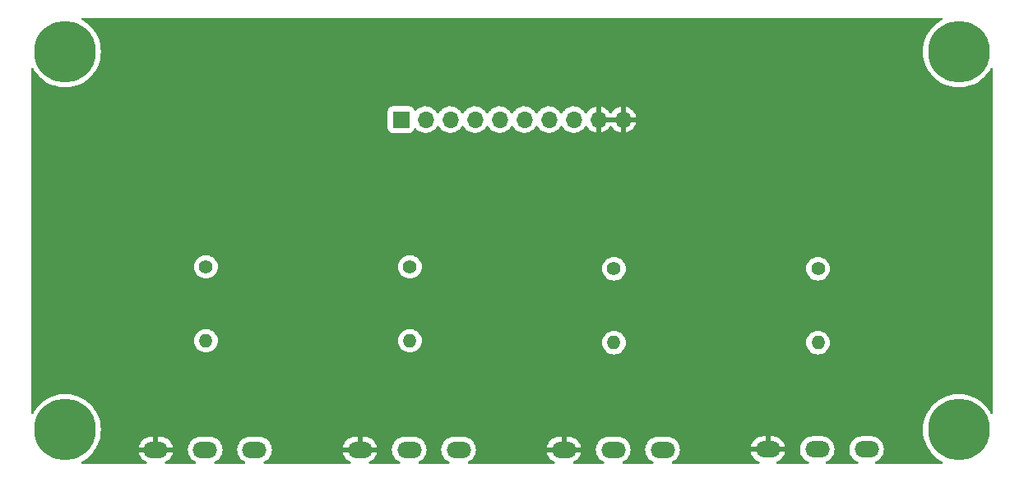
<source format=gbl>
%TF.GenerationSoftware,KiCad,Pcbnew,(6.0.1)*%
%TF.CreationDate,2022-10-03T06:33:07-04:00*%
%TF.ProjectId,MOD-VOL-POTS,4d4f442d-564f-44c2-9d50-4f54532e6b69,rev?*%
%TF.SameCoordinates,Original*%
%TF.FileFunction,Copper,L2,Bot*%
%TF.FilePolarity,Positive*%
%FSLAX46Y46*%
G04 Gerber Fmt 4.6, Leading zero omitted, Abs format (unit mm)*
G04 Created by KiCad (PCBNEW (6.0.1)) date 2022-10-03 06:33:07*
%MOMM*%
%LPD*%
G01*
G04 APERTURE LIST*
%TA.AperFunction,ComponentPad*%
%ADD10C,6.350000*%
%TD*%
%TA.AperFunction,ComponentPad*%
%ADD11C,1.400000*%
%TD*%
%TA.AperFunction,ComponentPad*%
%ADD12O,1.400000X1.400000*%
%TD*%
%TA.AperFunction,ComponentPad*%
%ADD13O,2.540000X1.651000*%
%TD*%
%TA.AperFunction,ComponentPad*%
%ADD14R,1.700000X1.700000*%
%TD*%
%TA.AperFunction,ComponentPad*%
%ADD15O,1.700000X1.700000*%
%TD*%
G04 APERTURE END LIST*
D10*
%TO.P,MTG1,1*%
%TO.N,N/C*%
X94000000Y-83000000D03*
%TD*%
D11*
%TO.P,R2,1*%
%TO.N,/O_POT2*%
X129500000Y-66190000D03*
D12*
%TO.P,R2,2*%
%TO.N,Net-(R2-Pad2)*%
X129500000Y-73810000D03*
%TD*%
D13*
%TO.P,RV1,1,1*%
%TO.N,/I_POT1*%
X113500002Y-85039987D03*
%TO.P,RV1,2,2*%
%TO.N,Net-(R1-Pad2)*%
X108420002Y-85039987D03*
%TO.P,RV1,3,3*%
%TO.N,GND*%
X103340002Y-85039987D03*
%TD*%
D10*
%TO.P,MTG3,1*%
%TO.N,N/C*%
X94000000Y-44000000D03*
%TD*%
D14*
%TO.P,J1,1,Pin_1*%
%TO.N,/O_POT1*%
X128575000Y-51000000D03*
D15*
%TO.P,J1,2,Pin_2*%
%TO.N,/I_POT1*%
X131115000Y-51000000D03*
%TO.P,J1,3,Pin_3*%
%TO.N,/O_POT2*%
X133655000Y-51000000D03*
%TO.P,J1,4,Pin_4*%
%TO.N,/I_POT2*%
X136195000Y-51000000D03*
%TO.P,J1,5,Pin_5*%
%TO.N,/O_POT3*%
X138735000Y-51000000D03*
%TO.P,J1,6,Pin_6*%
%TO.N,/I_POT3*%
X141275000Y-51000000D03*
%TO.P,J1,7,Pin_7*%
%TO.N,/O_POT4*%
X143815000Y-51000000D03*
%TO.P,J1,8,Pin_8*%
%TO.N,/I_POT4*%
X146355000Y-51000000D03*
%TO.P,J1,9,Pin_9*%
%TO.N,GND*%
X148895000Y-51000000D03*
%TO.P,J1,10,Pin_10*%
X151435000Y-51000000D03*
%TD*%
D13*
%TO.P,RV4,1,1*%
%TO.N,/I_POT4*%
X176500003Y-85000008D03*
%TO.P,RV4,2,2*%
%TO.N,Net-(R4-Pad2)*%
X171420003Y-85000008D03*
%TO.P,RV4,3,3*%
%TO.N,GND*%
X166340003Y-85000008D03*
%TD*%
%TO.P,RV2,3,3*%
%TO.N,GND*%
X124340010Y-85039987D03*
%TO.P,RV2,2,2*%
%TO.N,Net-(R2-Pad2)*%
X129420010Y-85039987D03*
%TO.P,RV2,1,1*%
%TO.N,/I_POT2*%
X134500010Y-85039987D03*
%TD*%
D11*
%TO.P,R4,1*%
%TO.N,/O_POT4*%
X171500000Y-66380000D03*
D12*
%TO.P,R4,2*%
%TO.N,Net-(R4-Pad2)*%
X171500000Y-74000000D03*
%TD*%
D13*
%TO.P,RV3,1,1*%
%TO.N,/I_POT3*%
X155499994Y-85039987D03*
%TO.P,RV3,2,2*%
%TO.N,Net-(R3-Pad2)*%
X150419994Y-85039987D03*
%TO.P,RV3,3,3*%
%TO.N,GND*%
X145339994Y-85039987D03*
%TD*%
D12*
%TO.P,R3,2*%
%TO.N,Net-(R3-Pad2)*%
X150500000Y-74000000D03*
D11*
%TO.P,R3,1*%
%TO.N,/O_POT3*%
X150500000Y-66380000D03*
%TD*%
D10*
%TO.P,MTG2,1*%
%TO.N,N/C*%
X186000000Y-83000000D03*
%TD*%
%TO.P,MTG4,1*%
%TO.N,N/C*%
X186000000Y-44000000D03*
%TD*%
D11*
%TO.P,R1,1*%
%TO.N,/O_POT1*%
X108500000Y-66190000D03*
D12*
%TO.P,R1,2*%
%TO.N,Net-(R1-Pad2)*%
X108500000Y-73810000D03*
%TD*%
%TA.AperFunction,Conductor*%
%TO.N,GND*%
G36*
X184283123Y-40528002D02*
G01*
X184329616Y-40581658D01*
X184339720Y-40651932D01*
X184310226Y-40716512D01*
X184272205Y-40746267D01*
X184155723Y-40805618D01*
X183831922Y-41015896D01*
X183531875Y-41258869D01*
X183258869Y-41531875D01*
X183015896Y-41831922D01*
X182805618Y-42155723D01*
X182804123Y-42158657D01*
X182804119Y-42158664D01*
X182746267Y-42272205D01*
X182630337Y-42499730D01*
X182491976Y-42860174D01*
X182392049Y-43233106D01*
X182331651Y-43614441D01*
X182311445Y-44000000D01*
X182331651Y-44385559D01*
X182392049Y-44766894D01*
X182491976Y-45139826D01*
X182630337Y-45500270D01*
X182631835Y-45503210D01*
X182804119Y-45841335D01*
X182805618Y-45844277D01*
X183015896Y-46168078D01*
X183258869Y-46468125D01*
X183531875Y-46741131D01*
X183831922Y-46984104D01*
X184155722Y-47194382D01*
X184158656Y-47195877D01*
X184158663Y-47195881D01*
X184496790Y-47368165D01*
X184499730Y-47369663D01*
X184860174Y-47508024D01*
X185233106Y-47607951D01*
X185435643Y-47640030D01*
X185611193Y-47667835D01*
X185611201Y-47667836D01*
X185614441Y-47668349D01*
X186000000Y-47688555D01*
X186385559Y-47668349D01*
X186388799Y-47667836D01*
X186388807Y-47667835D01*
X186564357Y-47640030D01*
X186766894Y-47607951D01*
X187139826Y-47508024D01*
X187500270Y-47369663D01*
X187503210Y-47368165D01*
X187841337Y-47195881D01*
X187841344Y-47195877D01*
X187844278Y-47194382D01*
X188168078Y-46984104D01*
X188468125Y-46741131D01*
X188741131Y-46468125D01*
X188984104Y-46168078D01*
X189194382Y-45844277D01*
X189253733Y-45727795D01*
X189302482Y-45676180D01*
X189371397Y-45659114D01*
X189438598Y-45682015D01*
X189482750Y-45737613D01*
X189492000Y-45784998D01*
X189492000Y-81215002D01*
X189471998Y-81283123D01*
X189418342Y-81329616D01*
X189348068Y-81339720D01*
X189283488Y-81310226D01*
X189253733Y-81272205D01*
X189195881Y-81158665D01*
X189194382Y-81155723D01*
X188984104Y-80831922D01*
X188741131Y-80531875D01*
X188468125Y-80258869D01*
X188168078Y-80015896D01*
X187844278Y-79805618D01*
X187841344Y-79804123D01*
X187841337Y-79804119D01*
X187503210Y-79631835D01*
X187500270Y-79630337D01*
X187139826Y-79491976D01*
X186766894Y-79392049D01*
X186564357Y-79359970D01*
X186388807Y-79332165D01*
X186388799Y-79332164D01*
X186385559Y-79331651D01*
X186000000Y-79311445D01*
X185614441Y-79331651D01*
X185611201Y-79332164D01*
X185611193Y-79332165D01*
X185435643Y-79359970D01*
X185233106Y-79392049D01*
X184860174Y-79491976D01*
X184499730Y-79630337D01*
X184496790Y-79631835D01*
X184158664Y-79804119D01*
X184158657Y-79804123D01*
X184155723Y-79805618D01*
X183831922Y-80015896D01*
X183531875Y-80258869D01*
X183258869Y-80531875D01*
X183015896Y-80831922D01*
X182805618Y-81155723D01*
X182804123Y-81158657D01*
X182804119Y-81158664D01*
X182746267Y-81272205D01*
X182630337Y-81499730D01*
X182491976Y-81860174D01*
X182392049Y-82233106D01*
X182331651Y-82614441D01*
X182311445Y-83000000D01*
X182331651Y-83385559D01*
X182392049Y-83766894D01*
X182491976Y-84139826D01*
X182493161Y-84142914D01*
X182493162Y-84142916D01*
X182507103Y-84179233D01*
X182630337Y-84500270D01*
X182631835Y-84503210D01*
X182804119Y-84841335D01*
X182805618Y-84844277D01*
X183015896Y-85168078D01*
X183258869Y-85468125D01*
X183531875Y-85741131D01*
X183831922Y-85984104D01*
X183834697Y-85985906D01*
X184105897Y-86162025D01*
X184155722Y-86194382D01*
X184158656Y-86195877D01*
X184158663Y-86195881D01*
X184272205Y-86253733D01*
X184323820Y-86302481D01*
X184340886Y-86371396D01*
X184317985Y-86438598D01*
X184262388Y-86482750D01*
X184215002Y-86492000D01*
X177469780Y-86492000D01*
X177401659Y-86471998D01*
X177355166Y-86418342D01*
X177345062Y-86348068D01*
X177374556Y-86283488D01*
X177416530Y-86251805D01*
X177609064Y-86162025D01*
X177609069Y-86162022D01*
X177614051Y-86159699D01*
X177743650Y-86068953D01*
X177800746Y-86028974D01*
X177800749Y-86028972D01*
X177805257Y-86025815D01*
X177970310Y-85860762D01*
X178076201Y-85709535D01*
X178101037Y-85674065D01*
X178101038Y-85674063D01*
X178104194Y-85669556D01*
X178106517Y-85664574D01*
X178106520Y-85664569D01*
X178200519Y-85462988D01*
X178200520Y-85462986D01*
X178202842Y-85458006D01*
X178246791Y-85293987D01*
X178261831Y-85237855D01*
X178261831Y-85237853D01*
X178263255Y-85232540D01*
X178283599Y-85000008D01*
X178263255Y-84767476D01*
X178256732Y-84743132D01*
X178204265Y-84547320D01*
X178204264Y-84547318D01*
X178202842Y-84542010D01*
X178181940Y-84497185D01*
X178106520Y-84335447D01*
X178106517Y-84335442D01*
X178104194Y-84330460D01*
X178001688Y-84184066D01*
X177973469Y-84143765D01*
X177973467Y-84143762D01*
X177970310Y-84139254D01*
X177805257Y-83974201D01*
X177800749Y-83971044D01*
X177800746Y-83971042D01*
X177618560Y-83843474D01*
X177618558Y-83843473D01*
X177614051Y-83840317D01*
X177609069Y-83837994D01*
X177609064Y-83837991D01*
X177407483Y-83743992D01*
X177407481Y-83743991D01*
X177402501Y-83741669D01*
X177397193Y-83740247D01*
X177397191Y-83740246D01*
X177182350Y-83682680D01*
X177182348Y-83682680D01*
X177177035Y-83681256D01*
X177075452Y-83672369D01*
X177005474Y-83666246D01*
X177005467Y-83666246D01*
X177002750Y-83666008D01*
X175997256Y-83666008D01*
X175994539Y-83666246D01*
X175994532Y-83666246D01*
X175924554Y-83672369D01*
X175822971Y-83681256D01*
X175817658Y-83682680D01*
X175817656Y-83682680D01*
X175602815Y-83740246D01*
X175602813Y-83740247D01*
X175597505Y-83741669D01*
X175592525Y-83743991D01*
X175592523Y-83743992D01*
X175390942Y-83837991D01*
X175390937Y-83837994D01*
X175385955Y-83840317D01*
X175381448Y-83843473D01*
X175381446Y-83843474D01*
X175199260Y-83971042D01*
X175199257Y-83971044D01*
X175194749Y-83974201D01*
X175029696Y-84139254D01*
X175026539Y-84143762D01*
X175026537Y-84143765D01*
X174998318Y-84184066D01*
X174895812Y-84330460D01*
X174893489Y-84335442D01*
X174893486Y-84335447D01*
X174818066Y-84497185D01*
X174797164Y-84542010D01*
X174795742Y-84547318D01*
X174795741Y-84547320D01*
X174743274Y-84743132D01*
X174736751Y-84767476D01*
X174716407Y-85000008D01*
X174736751Y-85232540D01*
X174738175Y-85237853D01*
X174738175Y-85237855D01*
X174753216Y-85293987D01*
X174797164Y-85458006D01*
X174799486Y-85462986D01*
X174799487Y-85462988D01*
X174893486Y-85664569D01*
X174893489Y-85664574D01*
X174895812Y-85669556D01*
X174898968Y-85674063D01*
X174898969Y-85674065D01*
X174923806Y-85709535D01*
X175029696Y-85860762D01*
X175194749Y-86025815D01*
X175199257Y-86028972D01*
X175199260Y-86028974D01*
X175256356Y-86068953D01*
X175385955Y-86159699D01*
X175390937Y-86162022D01*
X175390942Y-86162025D01*
X175583476Y-86251805D01*
X175636761Y-86298723D01*
X175656222Y-86367000D01*
X175635680Y-86434960D01*
X175581657Y-86481025D01*
X175530226Y-86492000D01*
X172389780Y-86492000D01*
X172321659Y-86471998D01*
X172275166Y-86418342D01*
X172265062Y-86348068D01*
X172294556Y-86283488D01*
X172336530Y-86251805D01*
X172529064Y-86162025D01*
X172529069Y-86162022D01*
X172534051Y-86159699D01*
X172663650Y-86068953D01*
X172720746Y-86028974D01*
X172720749Y-86028972D01*
X172725257Y-86025815D01*
X172890310Y-85860762D01*
X172996201Y-85709535D01*
X173021037Y-85674065D01*
X173021038Y-85674063D01*
X173024194Y-85669556D01*
X173026517Y-85664574D01*
X173026520Y-85664569D01*
X173120519Y-85462988D01*
X173120520Y-85462986D01*
X173122842Y-85458006D01*
X173166791Y-85293987D01*
X173181831Y-85237855D01*
X173181831Y-85237853D01*
X173183255Y-85232540D01*
X173203599Y-85000008D01*
X173183255Y-84767476D01*
X173176732Y-84743132D01*
X173124265Y-84547320D01*
X173124264Y-84547318D01*
X173122842Y-84542010D01*
X173101940Y-84497185D01*
X173026520Y-84335447D01*
X173026517Y-84335442D01*
X173024194Y-84330460D01*
X172921688Y-84184066D01*
X172893469Y-84143765D01*
X172893467Y-84143762D01*
X172890310Y-84139254D01*
X172725257Y-83974201D01*
X172720749Y-83971044D01*
X172720746Y-83971042D01*
X172538560Y-83843474D01*
X172538558Y-83843473D01*
X172534051Y-83840317D01*
X172529069Y-83837994D01*
X172529064Y-83837991D01*
X172327483Y-83743992D01*
X172327481Y-83743991D01*
X172322501Y-83741669D01*
X172317193Y-83740247D01*
X172317191Y-83740246D01*
X172102350Y-83682680D01*
X172102348Y-83682680D01*
X172097035Y-83681256D01*
X171995452Y-83672369D01*
X171925474Y-83666246D01*
X171925467Y-83666246D01*
X171922750Y-83666008D01*
X170917256Y-83666008D01*
X170914539Y-83666246D01*
X170914532Y-83666246D01*
X170844554Y-83672369D01*
X170742971Y-83681256D01*
X170737658Y-83682680D01*
X170737656Y-83682680D01*
X170522815Y-83740246D01*
X170522813Y-83740247D01*
X170517505Y-83741669D01*
X170512525Y-83743991D01*
X170512523Y-83743992D01*
X170310942Y-83837991D01*
X170310937Y-83837994D01*
X170305955Y-83840317D01*
X170301448Y-83843473D01*
X170301446Y-83843474D01*
X170119260Y-83971042D01*
X170119257Y-83971044D01*
X170114749Y-83974201D01*
X169949696Y-84139254D01*
X169946539Y-84143762D01*
X169946537Y-84143765D01*
X169918318Y-84184066D01*
X169815812Y-84330460D01*
X169813489Y-84335442D01*
X169813486Y-84335447D01*
X169738066Y-84497185D01*
X169717164Y-84542010D01*
X169715742Y-84547318D01*
X169715741Y-84547320D01*
X169663274Y-84743132D01*
X169656751Y-84767476D01*
X169636407Y-85000008D01*
X169656751Y-85232540D01*
X169658175Y-85237853D01*
X169658175Y-85237855D01*
X169673216Y-85293987D01*
X169717164Y-85458006D01*
X169719486Y-85462986D01*
X169719487Y-85462988D01*
X169813486Y-85664569D01*
X169813489Y-85664574D01*
X169815812Y-85669556D01*
X169818968Y-85674063D01*
X169818969Y-85674065D01*
X169843806Y-85709535D01*
X169949696Y-85860762D01*
X170114749Y-86025815D01*
X170119257Y-86028972D01*
X170119260Y-86028974D01*
X170176356Y-86068953D01*
X170305955Y-86159699D01*
X170310937Y-86162022D01*
X170310942Y-86162025D01*
X170503476Y-86251805D01*
X170556761Y-86298723D01*
X170576222Y-86367000D01*
X170555680Y-86434960D01*
X170501657Y-86481025D01*
X170450226Y-86492000D01*
X167308596Y-86492000D01*
X167240475Y-86471998D01*
X167193982Y-86418342D01*
X167183878Y-86348068D01*
X167213372Y-86283488D01*
X167255346Y-86251805D01*
X167448813Y-86161590D01*
X167458309Y-86156107D01*
X167640424Y-86028589D01*
X167648832Y-86021533D01*
X167806028Y-85864337D01*
X167813084Y-85855929D01*
X167940602Y-85673814D01*
X167946085Y-85664318D01*
X168040047Y-85462816D01*
X168043793Y-85452524D01*
X168092297Y-85271505D01*
X168091961Y-85257409D01*
X168084019Y-85254008D01*
X164601136Y-85254008D01*
X164587605Y-85257981D01*
X164586376Y-85266530D01*
X164636213Y-85452524D01*
X164639959Y-85462816D01*
X164733921Y-85664318D01*
X164739404Y-85673814D01*
X164866922Y-85855929D01*
X164873978Y-85864337D01*
X165031174Y-86021533D01*
X165039582Y-86028589D01*
X165221697Y-86156107D01*
X165231193Y-86161590D01*
X165424660Y-86251805D01*
X165477945Y-86298722D01*
X165497406Y-86367000D01*
X165476864Y-86434960D01*
X165422841Y-86481025D01*
X165371410Y-86492000D01*
X156555506Y-86492000D01*
X156487385Y-86471998D01*
X156440892Y-86418342D01*
X156430788Y-86348068D01*
X156460282Y-86283488D01*
X156502256Y-86251805D01*
X156609055Y-86202004D01*
X156609060Y-86202001D01*
X156614042Y-86199678D01*
X156619465Y-86195881D01*
X156800737Y-86068953D01*
X156800740Y-86068951D01*
X156805248Y-86065794D01*
X156970301Y-85900741D01*
X156995792Y-85864337D01*
X157101028Y-85714044D01*
X157101029Y-85714042D01*
X157104185Y-85709535D01*
X157106508Y-85704553D01*
X157106511Y-85704548D01*
X157200510Y-85502967D01*
X157200511Y-85502965D01*
X157202833Y-85497985D01*
X157212211Y-85462988D01*
X157261822Y-85277834D01*
X157261822Y-85277832D01*
X157263246Y-85272519D01*
X157283590Y-85039987D01*
X157263246Y-84807455D01*
X157256723Y-84783111D01*
X157242093Y-84728511D01*
X164587709Y-84728511D01*
X164588045Y-84742607D01*
X164595987Y-84746008D01*
X166067888Y-84746008D01*
X166083127Y-84741533D01*
X166084332Y-84740143D01*
X166086003Y-84732460D01*
X166086003Y-84727893D01*
X166594003Y-84727893D01*
X166598478Y-84743132D01*
X166599868Y-84744337D01*
X166607551Y-84746008D01*
X168078870Y-84746008D01*
X168092401Y-84742035D01*
X168093630Y-84733486D01*
X168043793Y-84547492D01*
X168040047Y-84537200D01*
X167946085Y-84335698D01*
X167940602Y-84326202D01*
X167813084Y-84144087D01*
X167806028Y-84135679D01*
X167648832Y-83978483D01*
X167640424Y-83971427D01*
X167458309Y-83843909D01*
X167448813Y-83838426D01*
X167247311Y-83744464D01*
X167237019Y-83740718D01*
X167022260Y-83683174D01*
X167011467Y-83681271D01*
X166845453Y-83666746D01*
X166839988Y-83666508D01*
X166612118Y-83666508D01*
X166596879Y-83670983D01*
X166595674Y-83672373D01*
X166594003Y-83680056D01*
X166594003Y-84727893D01*
X166086003Y-84727893D01*
X166086003Y-83684623D01*
X166081528Y-83669384D01*
X166080138Y-83668179D01*
X166072455Y-83666508D01*
X165840018Y-83666508D01*
X165834553Y-83666746D01*
X165668539Y-83681271D01*
X165657746Y-83683174D01*
X165442987Y-83740718D01*
X165432695Y-83744464D01*
X165231193Y-83838426D01*
X165221697Y-83843909D01*
X165039582Y-83971427D01*
X165031174Y-83978483D01*
X164873978Y-84135679D01*
X164866922Y-84144087D01*
X164739404Y-84326202D01*
X164733921Y-84335698D01*
X164639959Y-84537200D01*
X164636213Y-84547492D01*
X164587709Y-84728511D01*
X157242093Y-84728511D01*
X157204256Y-84587299D01*
X157204255Y-84587297D01*
X157202833Y-84581989D01*
X157186747Y-84547492D01*
X157106511Y-84375426D01*
X157106508Y-84375421D01*
X157104185Y-84370439D01*
X157079859Y-84335698D01*
X156973460Y-84183744D01*
X156973458Y-84183741D01*
X156970301Y-84179233D01*
X156805248Y-84014180D01*
X156800740Y-84011023D01*
X156800737Y-84011021D01*
X156618551Y-83883453D01*
X156618549Y-83883452D01*
X156614042Y-83880296D01*
X156609060Y-83877973D01*
X156609055Y-83877970D01*
X156407474Y-83783971D01*
X156407472Y-83783970D01*
X156402492Y-83781648D01*
X156397184Y-83780226D01*
X156397182Y-83780225D01*
X156182341Y-83722659D01*
X156182339Y-83722659D01*
X156177026Y-83721235D01*
X156075443Y-83712348D01*
X156005465Y-83706225D01*
X156005458Y-83706225D01*
X156002741Y-83705987D01*
X154997247Y-83705987D01*
X154994530Y-83706225D01*
X154994523Y-83706225D01*
X154924545Y-83712348D01*
X154822962Y-83721235D01*
X154817649Y-83722659D01*
X154817647Y-83722659D01*
X154602806Y-83780225D01*
X154602804Y-83780226D01*
X154597496Y-83781648D01*
X154592516Y-83783970D01*
X154592514Y-83783971D01*
X154390933Y-83877970D01*
X154390928Y-83877973D01*
X154385946Y-83880296D01*
X154381439Y-83883452D01*
X154381437Y-83883453D01*
X154199251Y-84011021D01*
X154199248Y-84011023D01*
X154194740Y-84014180D01*
X154029687Y-84179233D01*
X154026530Y-84183741D01*
X154026528Y-84183744D01*
X153920129Y-84335698D01*
X153895803Y-84370439D01*
X153893480Y-84375421D01*
X153893477Y-84375426D01*
X153813241Y-84547492D01*
X153797155Y-84581989D01*
X153795733Y-84587297D01*
X153795732Y-84587299D01*
X153743265Y-84783111D01*
X153736742Y-84807455D01*
X153716398Y-85039987D01*
X153736742Y-85272519D01*
X153738166Y-85277832D01*
X153738166Y-85277834D01*
X153787778Y-85462988D01*
X153797155Y-85497985D01*
X153799477Y-85502965D01*
X153799478Y-85502967D01*
X153893477Y-85704548D01*
X153893480Y-85704553D01*
X153895803Y-85709535D01*
X153898959Y-85714042D01*
X153898960Y-85714044D01*
X154004197Y-85864337D01*
X154029687Y-85900741D01*
X154194740Y-86065794D01*
X154199248Y-86068951D01*
X154199251Y-86068953D01*
X154380523Y-86195881D01*
X154385946Y-86199678D01*
X154390928Y-86202001D01*
X154390933Y-86202004D01*
X154497732Y-86251805D01*
X154551017Y-86298723D01*
X154570478Y-86367000D01*
X154549936Y-86434960D01*
X154495913Y-86481025D01*
X154444482Y-86492000D01*
X151475506Y-86492000D01*
X151407385Y-86471998D01*
X151360892Y-86418342D01*
X151350788Y-86348068D01*
X151380282Y-86283488D01*
X151422256Y-86251805D01*
X151529055Y-86202004D01*
X151529060Y-86202001D01*
X151534042Y-86199678D01*
X151539465Y-86195881D01*
X151720737Y-86068953D01*
X151720740Y-86068951D01*
X151725248Y-86065794D01*
X151890301Y-85900741D01*
X151915792Y-85864337D01*
X152021028Y-85714044D01*
X152021029Y-85714042D01*
X152024185Y-85709535D01*
X152026508Y-85704553D01*
X152026511Y-85704548D01*
X152120510Y-85502967D01*
X152120511Y-85502965D01*
X152122833Y-85497985D01*
X152132211Y-85462988D01*
X152181822Y-85277834D01*
X152181822Y-85277832D01*
X152183246Y-85272519D01*
X152203590Y-85039987D01*
X152183246Y-84807455D01*
X152176723Y-84783111D01*
X152124256Y-84587299D01*
X152124255Y-84587297D01*
X152122833Y-84581989D01*
X152106747Y-84547492D01*
X152026511Y-84375426D01*
X152026508Y-84375421D01*
X152024185Y-84370439D01*
X151999859Y-84335698D01*
X151893460Y-84183744D01*
X151893458Y-84183741D01*
X151890301Y-84179233D01*
X151725248Y-84014180D01*
X151720740Y-84011023D01*
X151720737Y-84011021D01*
X151538551Y-83883453D01*
X151538549Y-83883452D01*
X151534042Y-83880296D01*
X151529060Y-83877973D01*
X151529055Y-83877970D01*
X151327474Y-83783971D01*
X151327472Y-83783970D01*
X151322492Y-83781648D01*
X151317184Y-83780226D01*
X151317182Y-83780225D01*
X151102341Y-83722659D01*
X151102339Y-83722659D01*
X151097026Y-83721235D01*
X150995443Y-83712348D01*
X150925465Y-83706225D01*
X150925458Y-83706225D01*
X150922741Y-83705987D01*
X149917247Y-83705987D01*
X149914530Y-83706225D01*
X149914523Y-83706225D01*
X149844545Y-83712348D01*
X149742962Y-83721235D01*
X149737649Y-83722659D01*
X149737647Y-83722659D01*
X149522806Y-83780225D01*
X149522804Y-83780226D01*
X149517496Y-83781648D01*
X149512516Y-83783970D01*
X149512514Y-83783971D01*
X149310933Y-83877970D01*
X149310928Y-83877973D01*
X149305946Y-83880296D01*
X149301439Y-83883452D01*
X149301437Y-83883453D01*
X149119251Y-84011021D01*
X149119248Y-84011023D01*
X149114740Y-84014180D01*
X148949687Y-84179233D01*
X148946530Y-84183741D01*
X148946528Y-84183744D01*
X148840129Y-84335698D01*
X148815803Y-84370439D01*
X148813480Y-84375421D01*
X148813477Y-84375426D01*
X148733241Y-84547492D01*
X148717155Y-84581989D01*
X148715733Y-84587297D01*
X148715732Y-84587299D01*
X148663265Y-84783111D01*
X148656742Y-84807455D01*
X148636398Y-85039987D01*
X148656742Y-85272519D01*
X148658166Y-85277832D01*
X148658166Y-85277834D01*
X148707778Y-85462988D01*
X148717155Y-85497985D01*
X148719477Y-85502965D01*
X148719478Y-85502967D01*
X148813477Y-85704548D01*
X148813480Y-85704553D01*
X148815803Y-85709535D01*
X148818959Y-85714042D01*
X148818960Y-85714044D01*
X148924197Y-85864337D01*
X148949687Y-85900741D01*
X149114740Y-86065794D01*
X149119248Y-86068951D01*
X149119251Y-86068953D01*
X149300523Y-86195881D01*
X149305946Y-86199678D01*
X149310928Y-86202001D01*
X149310933Y-86202004D01*
X149417732Y-86251805D01*
X149471017Y-86298723D01*
X149490478Y-86367000D01*
X149469936Y-86434960D01*
X149415913Y-86481025D01*
X149364482Y-86492000D01*
X146394322Y-86492000D01*
X146326201Y-86471998D01*
X146279708Y-86418342D01*
X146269604Y-86348068D01*
X146299098Y-86283488D01*
X146341072Y-86251805D01*
X146448804Y-86201569D01*
X146458300Y-86196086D01*
X146640415Y-86068568D01*
X146648823Y-86061512D01*
X146806019Y-85904316D01*
X146813075Y-85895908D01*
X146940593Y-85713793D01*
X146946076Y-85704297D01*
X147040038Y-85502795D01*
X147043784Y-85492503D01*
X147092288Y-85311484D01*
X147091952Y-85297388D01*
X147084010Y-85293987D01*
X143601127Y-85293987D01*
X143587596Y-85297960D01*
X143586367Y-85306509D01*
X143636204Y-85492503D01*
X143639950Y-85502795D01*
X143733912Y-85704297D01*
X143739395Y-85713793D01*
X143866913Y-85895908D01*
X143873969Y-85904316D01*
X144031165Y-86061512D01*
X144039573Y-86068568D01*
X144221688Y-86196086D01*
X144231184Y-86201569D01*
X144338916Y-86251805D01*
X144392201Y-86298723D01*
X144411662Y-86367000D01*
X144391120Y-86434960D01*
X144337097Y-86481025D01*
X144285666Y-86492000D01*
X135555522Y-86492000D01*
X135487401Y-86471998D01*
X135440908Y-86418342D01*
X135430804Y-86348068D01*
X135460298Y-86283488D01*
X135502272Y-86251805D01*
X135609071Y-86202004D01*
X135609076Y-86202001D01*
X135614058Y-86199678D01*
X135619481Y-86195881D01*
X135800753Y-86068953D01*
X135800756Y-86068951D01*
X135805264Y-86065794D01*
X135970317Y-85900741D01*
X135995808Y-85864337D01*
X136101044Y-85714044D01*
X136101045Y-85714042D01*
X136104201Y-85709535D01*
X136106524Y-85704553D01*
X136106527Y-85704548D01*
X136200526Y-85502967D01*
X136200527Y-85502965D01*
X136202849Y-85497985D01*
X136212227Y-85462988D01*
X136261838Y-85277834D01*
X136261838Y-85277832D01*
X136263262Y-85272519D01*
X136283606Y-85039987D01*
X136263262Y-84807455D01*
X136256739Y-84783111D01*
X136252821Y-84768490D01*
X143587700Y-84768490D01*
X143588036Y-84782586D01*
X143595978Y-84785987D01*
X145067879Y-84785987D01*
X145083118Y-84781512D01*
X145084323Y-84780122D01*
X145085994Y-84772439D01*
X145085994Y-84767872D01*
X145593994Y-84767872D01*
X145598469Y-84783111D01*
X145599859Y-84784316D01*
X145607542Y-84785987D01*
X147078861Y-84785987D01*
X147092392Y-84782014D01*
X147093621Y-84773465D01*
X147043784Y-84587471D01*
X147040038Y-84577179D01*
X146946076Y-84375677D01*
X146940593Y-84366181D01*
X146813075Y-84184066D01*
X146806019Y-84175658D01*
X146648823Y-84018462D01*
X146640415Y-84011406D01*
X146458300Y-83883888D01*
X146448804Y-83878405D01*
X146247302Y-83784443D01*
X146237010Y-83780697D01*
X146022251Y-83723153D01*
X146011458Y-83721250D01*
X145845444Y-83706725D01*
X145839979Y-83706487D01*
X145612109Y-83706487D01*
X145596870Y-83710962D01*
X145595665Y-83712352D01*
X145593994Y-83720035D01*
X145593994Y-84767872D01*
X145085994Y-84767872D01*
X145085994Y-83724602D01*
X145081519Y-83709363D01*
X145080129Y-83708158D01*
X145072446Y-83706487D01*
X144840009Y-83706487D01*
X144834544Y-83706725D01*
X144668530Y-83721250D01*
X144657737Y-83723153D01*
X144442978Y-83780697D01*
X144432686Y-83784443D01*
X144231184Y-83878405D01*
X144221688Y-83883888D01*
X144039573Y-84011406D01*
X144031165Y-84018462D01*
X143873969Y-84175658D01*
X143866913Y-84184066D01*
X143739395Y-84366181D01*
X143733912Y-84375677D01*
X143639950Y-84577179D01*
X143636204Y-84587471D01*
X143587700Y-84768490D01*
X136252821Y-84768490D01*
X136204272Y-84587299D01*
X136204271Y-84587297D01*
X136202849Y-84581989D01*
X136186763Y-84547492D01*
X136106527Y-84375426D01*
X136106524Y-84375421D01*
X136104201Y-84370439D01*
X136079875Y-84335698D01*
X135973476Y-84183744D01*
X135973474Y-84183741D01*
X135970317Y-84179233D01*
X135805264Y-84014180D01*
X135800756Y-84011023D01*
X135800753Y-84011021D01*
X135618567Y-83883453D01*
X135618565Y-83883452D01*
X135614058Y-83880296D01*
X135609076Y-83877973D01*
X135609071Y-83877970D01*
X135407490Y-83783971D01*
X135407488Y-83783970D01*
X135402508Y-83781648D01*
X135397200Y-83780226D01*
X135397198Y-83780225D01*
X135182357Y-83722659D01*
X135182355Y-83722659D01*
X135177042Y-83721235D01*
X135075459Y-83712348D01*
X135005481Y-83706225D01*
X135005474Y-83706225D01*
X135002757Y-83705987D01*
X133997263Y-83705987D01*
X133994546Y-83706225D01*
X133994539Y-83706225D01*
X133924561Y-83712348D01*
X133822978Y-83721235D01*
X133817665Y-83722659D01*
X133817663Y-83722659D01*
X133602822Y-83780225D01*
X133602820Y-83780226D01*
X133597512Y-83781648D01*
X133592532Y-83783970D01*
X133592530Y-83783971D01*
X133390949Y-83877970D01*
X133390944Y-83877973D01*
X133385962Y-83880296D01*
X133381455Y-83883452D01*
X133381453Y-83883453D01*
X133199267Y-84011021D01*
X133199264Y-84011023D01*
X133194756Y-84014180D01*
X133029703Y-84179233D01*
X133026546Y-84183741D01*
X133026544Y-84183744D01*
X132920145Y-84335698D01*
X132895819Y-84370439D01*
X132893496Y-84375421D01*
X132893493Y-84375426D01*
X132813257Y-84547492D01*
X132797171Y-84581989D01*
X132795749Y-84587297D01*
X132795748Y-84587299D01*
X132743281Y-84783111D01*
X132736758Y-84807455D01*
X132716414Y-85039987D01*
X132736758Y-85272519D01*
X132738182Y-85277832D01*
X132738182Y-85277834D01*
X132787794Y-85462988D01*
X132797171Y-85497985D01*
X132799493Y-85502965D01*
X132799494Y-85502967D01*
X132893493Y-85704548D01*
X132893496Y-85704553D01*
X132895819Y-85709535D01*
X132898975Y-85714042D01*
X132898976Y-85714044D01*
X133004213Y-85864337D01*
X133029703Y-85900741D01*
X133194756Y-86065794D01*
X133199264Y-86068951D01*
X133199267Y-86068953D01*
X133380539Y-86195881D01*
X133385962Y-86199678D01*
X133390944Y-86202001D01*
X133390949Y-86202004D01*
X133497748Y-86251805D01*
X133551033Y-86298723D01*
X133570494Y-86367000D01*
X133549952Y-86434960D01*
X133495929Y-86481025D01*
X133444498Y-86492000D01*
X130475522Y-86492000D01*
X130407401Y-86471998D01*
X130360908Y-86418342D01*
X130350804Y-86348068D01*
X130380298Y-86283488D01*
X130422272Y-86251805D01*
X130529071Y-86202004D01*
X130529076Y-86202001D01*
X130534058Y-86199678D01*
X130539481Y-86195881D01*
X130720753Y-86068953D01*
X130720756Y-86068951D01*
X130725264Y-86065794D01*
X130890317Y-85900741D01*
X130915808Y-85864337D01*
X131021044Y-85714044D01*
X131021045Y-85714042D01*
X131024201Y-85709535D01*
X131026524Y-85704553D01*
X131026527Y-85704548D01*
X131120526Y-85502967D01*
X131120527Y-85502965D01*
X131122849Y-85497985D01*
X131132227Y-85462988D01*
X131181838Y-85277834D01*
X131181838Y-85277832D01*
X131183262Y-85272519D01*
X131203606Y-85039987D01*
X131183262Y-84807455D01*
X131176739Y-84783111D01*
X131124272Y-84587299D01*
X131124271Y-84587297D01*
X131122849Y-84581989D01*
X131106763Y-84547492D01*
X131026527Y-84375426D01*
X131026524Y-84375421D01*
X131024201Y-84370439D01*
X130999875Y-84335698D01*
X130893476Y-84183744D01*
X130893474Y-84183741D01*
X130890317Y-84179233D01*
X130725264Y-84014180D01*
X130720756Y-84011023D01*
X130720753Y-84011021D01*
X130538567Y-83883453D01*
X130538565Y-83883452D01*
X130534058Y-83880296D01*
X130529076Y-83877973D01*
X130529071Y-83877970D01*
X130327490Y-83783971D01*
X130327488Y-83783970D01*
X130322508Y-83781648D01*
X130317200Y-83780226D01*
X130317198Y-83780225D01*
X130102357Y-83722659D01*
X130102355Y-83722659D01*
X130097042Y-83721235D01*
X129995459Y-83712348D01*
X129925481Y-83706225D01*
X129925474Y-83706225D01*
X129922757Y-83705987D01*
X128917263Y-83705987D01*
X128914546Y-83706225D01*
X128914539Y-83706225D01*
X128844561Y-83712348D01*
X128742978Y-83721235D01*
X128737665Y-83722659D01*
X128737663Y-83722659D01*
X128522822Y-83780225D01*
X128522820Y-83780226D01*
X128517512Y-83781648D01*
X128512532Y-83783970D01*
X128512530Y-83783971D01*
X128310949Y-83877970D01*
X128310944Y-83877973D01*
X128305962Y-83880296D01*
X128301455Y-83883452D01*
X128301453Y-83883453D01*
X128119267Y-84011021D01*
X128119264Y-84011023D01*
X128114756Y-84014180D01*
X127949703Y-84179233D01*
X127946546Y-84183741D01*
X127946544Y-84183744D01*
X127840145Y-84335698D01*
X127815819Y-84370439D01*
X127813496Y-84375421D01*
X127813493Y-84375426D01*
X127733257Y-84547492D01*
X127717171Y-84581989D01*
X127715749Y-84587297D01*
X127715748Y-84587299D01*
X127663281Y-84783111D01*
X127656758Y-84807455D01*
X127636414Y-85039987D01*
X127656758Y-85272519D01*
X127658182Y-85277832D01*
X127658182Y-85277834D01*
X127707794Y-85462988D01*
X127717171Y-85497985D01*
X127719493Y-85502965D01*
X127719494Y-85502967D01*
X127813493Y-85704548D01*
X127813496Y-85704553D01*
X127815819Y-85709535D01*
X127818975Y-85714042D01*
X127818976Y-85714044D01*
X127924213Y-85864337D01*
X127949703Y-85900741D01*
X128114756Y-86065794D01*
X128119264Y-86068951D01*
X128119267Y-86068953D01*
X128300539Y-86195881D01*
X128305962Y-86199678D01*
X128310944Y-86202001D01*
X128310949Y-86202004D01*
X128417748Y-86251805D01*
X128471033Y-86298723D01*
X128490494Y-86367000D01*
X128469952Y-86434960D01*
X128415929Y-86481025D01*
X128364498Y-86492000D01*
X125394338Y-86492000D01*
X125326217Y-86471998D01*
X125279724Y-86418342D01*
X125269620Y-86348068D01*
X125299114Y-86283488D01*
X125341088Y-86251805D01*
X125448820Y-86201569D01*
X125458316Y-86196086D01*
X125640431Y-86068568D01*
X125648839Y-86061512D01*
X125806035Y-85904316D01*
X125813091Y-85895908D01*
X125940609Y-85713793D01*
X125946092Y-85704297D01*
X126040054Y-85502795D01*
X126043800Y-85492503D01*
X126092304Y-85311484D01*
X126091968Y-85297388D01*
X126084026Y-85293987D01*
X122601143Y-85293987D01*
X122587612Y-85297960D01*
X122586383Y-85306509D01*
X122636220Y-85492503D01*
X122639966Y-85502795D01*
X122733928Y-85704297D01*
X122739411Y-85713793D01*
X122866929Y-85895908D01*
X122873985Y-85904316D01*
X123031181Y-86061512D01*
X123039589Y-86068568D01*
X123221704Y-86196086D01*
X123231200Y-86201569D01*
X123338932Y-86251805D01*
X123392217Y-86298723D01*
X123411678Y-86367000D01*
X123391136Y-86434960D01*
X123337113Y-86481025D01*
X123285682Y-86492000D01*
X114555514Y-86492000D01*
X114487393Y-86471998D01*
X114440900Y-86418342D01*
X114430796Y-86348068D01*
X114460290Y-86283488D01*
X114502264Y-86251805D01*
X114609063Y-86202004D01*
X114609068Y-86202001D01*
X114614050Y-86199678D01*
X114619473Y-86195881D01*
X114800745Y-86068953D01*
X114800748Y-86068951D01*
X114805256Y-86065794D01*
X114970309Y-85900741D01*
X114995800Y-85864337D01*
X115101036Y-85714044D01*
X115101037Y-85714042D01*
X115104193Y-85709535D01*
X115106516Y-85704553D01*
X115106519Y-85704548D01*
X115200518Y-85502967D01*
X115200519Y-85502965D01*
X115202841Y-85497985D01*
X115212219Y-85462988D01*
X115261830Y-85277834D01*
X115261830Y-85277832D01*
X115263254Y-85272519D01*
X115283598Y-85039987D01*
X115263254Y-84807455D01*
X115256731Y-84783111D01*
X115252813Y-84768490D01*
X122587716Y-84768490D01*
X122588052Y-84782586D01*
X122595994Y-84785987D01*
X124067895Y-84785987D01*
X124083134Y-84781512D01*
X124084339Y-84780122D01*
X124086010Y-84772439D01*
X124086010Y-84767872D01*
X124594010Y-84767872D01*
X124598485Y-84783111D01*
X124599875Y-84784316D01*
X124607558Y-84785987D01*
X126078877Y-84785987D01*
X126092408Y-84782014D01*
X126093637Y-84773465D01*
X126043800Y-84587471D01*
X126040054Y-84577179D01*
X125946092Y-84375677D01*
X125940609Y-84366181D01*
X125813091Y-84184066D01*
X125806035Y-84175658D01*
X125648839Y-84018462D01*
X125640431Y-84011406D01*
X125458316Y-83883888D01*
X125448820Y-83878405D01*
X125247318Y-83784443D01*
X125237026Y-83780697D01*
X125022267Y-83723153D01*
X125011474Y-83721250D01*
X124845460Y-83706725D01*
X124839995Y-83706487D01*
X124612125Y-83706487D01*
X124596886Y-83710962D01*
X124595681Y-83712352D01*
X124594010Y-83720035D01*
X124594010Y-84767872D01*
X124086010Y-84767872D01*
X124086010Y-83724602D01*
X124081535Y-83709363D01*
X124080145Y-83708158D01*
X124072462Y-83706487D01*
X123840025Y-83706487D01*
X123834560Y-83706725D01*
X123668546Y-83721250D01*
X123657753Y-83723153D01*
X123442994Y-83780697D01*
X123432702Y-83784443D01*
X123231200Y-83878405D01*
X123221704Y-83883888D01*
X123039589Y-84011406D01*
X123031181Y-84018462D01*
X122873985Y-84175658D01*
X122866929Y-84184066D01*
X122739411Y-84366181D01*
X122733928Y-84375677D01*
X122639966Y-84577179D01*
X122636220Y-84587471D01*
X122587716Y-84768490D01*
X115252813Y-84768490D01*
X115204264Y-84587299D01*
X115204263Y-84587297D01*
X115202841Y-84581989D01*
X115186755Y-84547492D01*
X115106519Y-84375426D01*
X115106516Y-84375421D01*
X115104193Y-84370439D01*
X115079867Y-84335698D01*
X114973468Y-84183744D01*
X114973466Y-84183741D01*
X114970309Y-84179233D01*
X114805256Y-84014180D01*
X114800748Y-84011023D01*
X114800745Y-84011021D01*
X114618559Y-83883453D01*
X114618557Y-83883452D01*
X114614050Y-83880296D01*
X114609068Y-83877973D01*
X114609063Y-83877970D01*
X114407482Y-83783971D01*
X114407480Y-83783970D01*
X114402500Y-83781648D01*
X114397192Y-83780226D01*
X114397190Y-83780225D01*
X114182349Y-83722659D01*
X114182347Y-83722659D01*
X114177034Y-83721235D01*
X114075451Y-83712348D01*
X114005473Y-83706225D01*
X114005466Y-83706225D01*
X114002749Y-83705987D01*
X112997255Y-83705987D01*
X112994538Y-83706225D01*
X112994531Y-83706225D01*
X112924553Y-83712348D01*
X112822970Y-83721235D01*
X112817657Y-83722659D01*
X112817655Y-83722659D01*
X112602814Y-83780225D01*
X112602812Y-83780226D01*
X112597504Y-83781648D01*
X112592524Y-83783970D01*
X112592522Y-83783971D01*
X112390941Y-83877970D01*
X112390936Y-83877973D01*
X112385954Y-83880296D01*
X112381447Y-83883452D01*
X112381445Y-83883453D01*
X112199259Y-84011021D01*
X112199256Y-84011023D01*
X112194748Y-84014180D01*
X112029695Y-84179233D01*
X112026538Y-84183741D01*
X112026536Y-84183744D01*
X111920137Y-84335698D01*
X111895811Y-84370439D01*
X111893488Y-84375421D01*
X111893485Y-84375426D01*
X111813249Y-84547492D01*
X111797163Y-84581989D01*
X111795741Y-84587297D01*
X111795740Y-84587299D01*
X111743273Y-84783111D01*
X111736750Y-84807455D01*
X111716406Y-85039987D01*
X111736750Y-85272519D01*
X111738174Y-85277832D01*
X111738174Y-85277834D01*
X111787786Y-85462988D01*
X111797163Y-85497985D01*
X111799485Y-85502965D01*
X111799486Y-85502967D01*
X111893485Y-85704548D01*
X111893488Y-85704553D01*
X111895811Y-85709535D01*
X111898967Y-85714042D01*
X111898968Y-85714044D01*
X112004205Y-85864337D01*
X112029695Y-85900741D01*
X112194748Y-86065794D01*
X112199256Y-86068951D01*
X112199259Y-86068953D01*
X112380531Y-86195881D01*
X112385954Y-86199678D01*
X112390936Y-86202001D01*
X112390941Y-86202004D01*
X112497740Y-86251805D01*
X112551025Y-86298723D01*
X112570486Y-86367000D01*
X112549944Y-86434960D01*
X112495921Y-86481025D01*
X112444490Y-86492000D01*
X109475514Y-86492000D01*
X109407393Y-86471998D01*
X109360900Y-86418342D01*
X109350796Y-86348068D01*
X109380290Y-86283488D01*
X109422264Y-86251805D01*
X109529063Y-86202004D01*
X109529068Y-86202001D01*
X109534050Y-86199678D01*
X109539473Y-86195881D01*
X109720745Y-86068953D01*
X109720748Y-86068951D01*
X109725256Y-86065794D01*
X109890309Y-85900741D01*
X109915800Y-85864337D01*
X110021036Y-85714044D01*
X110021037Y-85714042D01*
X110024193Y-85709535D01*
X110026516Y-85704553D01*
X110026519Y-85704548D01*
X110120518Y-85502967D01*
X110120519Y-85502965D01*
X110122841Y-85497985D01*
X110132219Y-85462988D01*
X110181830Y-85277834D01*
X110181830Y-85277832D01*
X110183254Y-85272519D01*
X110203598Y-85039987D01*
X110183254Y-84807455D01*
X110176731Y-84783111D01*
X110124264Y-84587299D01*
X110124263Y-84587297D01*
X110122841Y-84581989D01*
X110106755Y-84547492D01*
X110026519Y-84375426D01*
X110026516Y-84375421D01*
X110024193Y-84370439D01*
X109999867Y-84335698D01*
X109893468Y-84183744D01*
X109893466Y-84183741D01*
X109890309Y-84179233D01*
X109725256Y-84014180D01*
X109720748Y-84011023D01*
X109720745Y-84011021D01*
X109538559Y-83883453D01*
X109538557Y-83883452D01*
X109534050Y-83880296D01*
X109529068Y-83877973D01*
X109529063Y-83877970D01*
X109327482Y-83783971D01*
X109327480Y-83783970D01*
X109322500Y-83781648D01*
X109317192Y-83780226D01*
X109317190Y-83780225D01*
X109102349Y-83722659D01*
X109102347Y-83722659D01*
X109097034Y-83721235D01*
X108995451Y-83712348D01*
X108925473Y-83706225D01*
X108925466Y-83706225D01*
X108922749Y-83705987D01*
X107917255Y-83705987D01*
X107914538Y-83706225D01*
X107914531Y-83706225D01*
X107844553Y-83712348D01*
X107742970Y-83721235D01*
X107737657Y-83722659D01*
X107737655Y-83722659D01*
X107522814Y-83780225D01*
X107522812Y-83780226D01*
X107517504Y-83781648D01*
X107512524Y-83783970D01*
X107512522Y-83783971D01*
X107310941Y-83877970D01*
X107310936Y-83877973D01*
X107305954Y-83880296D01*
X107301447Y-83883452D01*
X107301445Y-83883453D01*
X107119259Y-84011021D01*
X107119256Y-84011023D01*
X107114748Y-84014180D01*
X106949695Y-84179233D01*
X106946538Y-84183741D01*
X106946536Y-84183744D01*
X106840137Y-84335698D01*
X106815811Y-84370439D01*
X106813488Y-84375421D01*
X106813485Y-84375426D01*
X106733249Y-84547492D01*
X106717163Y-84581989D01*
X106715741Y-84587297D01*
X106715740Y-84587299D01*
X106663273Y-84783111D01*
X106656750Y-84807455D01*
X106636406Y-85039987D01*
X106656750Y-85272519D01*
X106658174Y-85277832D01*
X106658174Y-85277834D01*
X106707786Y-85462988D01*
X106717163Y-85497985D01*
X106719485Y-85502965D01*
X106719486Y-85502967D01*
X106813485Y-85704548D01*
X106813488Y-85704553D01*
X106815811Y-85709535D01*
X106818967Y-85714042D01*
X106818968Y-85714044D01*
X106924205Y-85864337D01*
X106949695Y-85900741D01*
X107114748Y-86065794D01*
X107119256Y-86068951D01*
X107119259Y-86068953D01*
X107300531Y-86195881D01*
X107305954Y-86199678D01*
X107310936Y-86202001D01*
X107310941Y-86202004D01*
X107417740Y-86251805D01*
X107471025Y-86298723D01*
X107490486Y-86367000D01*
X107469944Y-86434960D01*
X107415921Y-86481025D01*
X107364490Y-86492000D01*
X104394330Y-86492000D01*
X104326209Y-86471998D01*
X104279716Y-86418342D01*
X104269612Y-86348068D01*
X104299106Y-86283488D01*
X104341080Y-86251805D01*
X104448812Y-86201569D01*
X104458308Y-86196086D01*
X104640423Y-86068568D01*
X104648831Y-86061512D01*
X104806027Y-85904316D01*
X104813083Y-85895908D01*
X104940601Y-85713793D01*
X104946084Y-85704297D01*
X105040046Y-85502795D01*
X105043792Y-85492503D01*
X105092296Y-85311484D01*
X105091960Y-85297388D01*
X105084018Y-85293987D01*
X101601135Y-85293987D01*
X101587604Y-85297960D01*
X101586375Y-85306509D01*
X101636212Y-85492503D01*
X101639958Y-85502795D01*
X101733920Y-85704297D01*
X101739403Y-85713793D01*
X101866921Y-85895908D01*
X101873977Y-85904316D01*
X102031173Y-86061512D01*
X102039581Y-86068568D01*
X102221696Y-86196086D01*
X102231192Y-86201569D01*
X102338924Y-86251805D01*
X102392209Y-86298723D01*
X102411670Y-86367000D01*
X102391128Y-86434960D01*
X102337105Y-86481025D01*
X102285674Y-86492000D01*
X95784998Y-86492000D01*
X95716877Y-86471998D01*
X95670384Y-86418342D01*
X95660280Y-86348068D01*
X95689774Y-86283488D01*
X95727795Y-86253733D01*
X95841337Y-86195881D01*
X95841344Y-86195877D01*
X95844278Y-86194382D01*
X95894104Y-86162025D01*
X96165303Y-85985906D01*
X96168078Y-85984104D01*
X96468125Y-85741131D01*
X96741131Y-85468125D01*
X96984104Y-85168078D01*
X97194382Y-84844277D01*
X97195882Y-84841335D01*
X97232998Y-84768490D01*
X101587708Y-84768490D01*
X101588044Y-84782586D01*
X101595986Y-84785987D01*
X103067887Y-84785987D01*
X103083126Y-84781512D01*
X103084331Y-84780122D01*
X103086002Y-84772439D01*
X103086002Y-84767872D01*
X103594002Y-84767872D01*
X103598477Y-84783111D01*
X103599867Y-84784316D01*
X103607550Y-84785987D01*
X105078869Y-84785987D01*
X105092400Y-84782014D01*
X105093629Y-84773465D01*
X105043792Y-84587471D01*
X105040046Y-84577179D01*
X104946084Y-84375677D01*
X104940601Y-84366181D01*
X104813083Y-84184066D01*
X104806027Y-84175658D01*
X104648831Y-84018462D01*
X104640423Y-84011406D01*
X104458308Y-83883888D01*
X104448812Y-83878405D01*
X104247310Y-83784443D01*
X104237018Y-83780697D01*
X104022259Y-83723153D01*
X104011466Y-83721250D01*
X103845452Y-83706725D01*
X103839987Y-83706487D01*
X103612117Y-83706487D01*
X103596878Y-83710962D01*
X103595673Y-83712352D01*
X103594002Y-83720035D01*
X103594002Y-84767872D01*
X103086002Y-84767872D01*
X103086002Y-83724602D01*
X103081527Y-83709363D01*
X103080137Y-83708158D01*
X103072454Y-83706487D01*
X102840017Y-83706487D01*
X102834552Y-83706725D01*
X102668538Y-83721250D01*
X102657745Y-83723153D01*
X102442986Y-83780697D01*
X102432694Y-83784443D01*
X102231192Y-83878405D01*
X102221696Y-83883888D01*
X102039581Y-84011406D01*
X102031173Y-84018462D01*
X101873977Y-84175658D01*
X101866921Y-84184066D01*
X101739403Y-84366181D01*
X101733920Y-84375677D01*
X101639958Y-84577179D01*
X101636212Y-84587471D01*
X101587708Y-84768490D01*
X97232998Y-84768490D01*
X97368165Y-84503210D01*
X97369663Y-84500270D01*
X97492897Y-84179233D01*
X97506838Y-84142916D01*
X97506839Y-84142914D01*
X97508024Y-84139826D01*
X97607951Y-83766894D01*
X97668349Y-83385559D01*
X97688555Y-83000000D01*
X97668349Y-82614441D01*
X97607951Y-82233106D01*
X97508024Y-81860174D01*
X97369663Y-81499730D01*
X97253733Y-81272205D01*
X97195881Y-81158664D01*
X97195877Y-81158657D01*
X97194382Y-81155723D01*
X96984104Y-80831922D01*
X96741131Y-80531875D01*
X96468125Y-80258869D01*
X96168078Y-80015896D01*
X95844278Y-79805618D01*
X95841344Y-79804123D01*
X95841337Y-79804119D01*
X95503210Y-79631835D01*
X95500270Y-79630337D01*
X95139826Y-79491976D01*
X94766894Y-79392049D01*
X94564357Y-79359970D01*
X94388807Y-79332165D01*
X94388799Y-79332164D01*
X94385559Y-79331651D01*
X94000000Y-79311445D01*
X93614441Y-79331651D01*
X93611201Y-79332164D01*
X93611193Y-79332165D01*
X93435643Y-79359970D01*
X93233106Y-79392049D01*
X92860174Y-79491976D01*
X92499730Y-79630337D01*
X92496790Y-79631835D01*
X92158664Y-79804119D01*
X92158657Y-79804123D01*
X92155723Y-79805618D01*
X91831922Y-80015896D01*
X91531875Y-80258869D01*
X91258869Y-80531875D01*
X91015896Y-80831922D01*
X90805618Y-81155723D01*
X90804119Y-81158665D01*
X90746267Y-81272205D01*
X90697518Y-81323820D01*
X90628603Y-81340886D01*
X90561402Y-81317985D01*
X90517250Y-81262387D01*
X90508000Y-81215002D01*
X90508000Y-73810000D01*
X107286884Y-73810000D01*
X107305314Y-74020655D01*
X107306738Y-74025968D01*
X107306738Y-74025970D01*
X107357649Y-74215970D01*
X107360044Y-74224910D01*
X107449411Y-74416558D01*
X107570699Y-74589776D01*
X107720224Y-74739301D01*
X107893442Y-74860589D01*
X107898420Y-74862910D01*
X107898423Y-74862912D01*
X108080108Y-74947633D01*
X108085090Y-74949956D01*
X108090398Y-74951378D01*
X108090400Y-74951379D01*
X108284030Y-75003262D01*
X108284032Y-75003262D01*
X108289345Y-75004686D01*
X108500000Y-75023116D01*
X108710655Y-75004686D01*
X108715968Y-75003262D01*
X108715970Y-75003262D01*
X108909600Y-74951379D01*
X108909602Y-74951378D01*
X108914910Y-74949956D01*
X108919892Y-74947633D01*
X109101577Y-74862912D01*
X109101580Y-74862910D01*
X109106558Y-74860589D01*
X109279776Y-74739301D01*
X109429301Y-74589776D01*
X109550589Y-74416558D01*
X109639956Y-74224910D01*
X109642352Y-74215970D01*
X109693262Y-74025970D01*
X109693262Y-74025968D01*
X109694686Y-74020655D01*
X109713116Y-73810000D01*
X128286884Y-73810000D01*
X128305314Y-74020655D01*
X128306738Y-74025968D01*
X128306738Y-74025970D01*
X128357649Y-74215970D01*
X128360044Y-74224910D01*
X128449411Y-74416558D01*
X128570699Y-74589776D01*
X128720224Y-74739301D01*
X128893442Y-74860589D01*
X128898420Y-74862910D01*
X128898423Y-74862912D01*
X129080108Y-74947633D01*
X129085090Y-74949956D01*
X129090398Y-74951378D01*
X129090400Y-74951379D01*
X129284030Y-75003262D01*
X129284032Y-75003262D01*
X129289345Y-75004686D01*
X129500000Y-75023116D01*
X129710655Y-75004686D01*
X129715968Y-75003262D01*
X129715970Y-75003262D01*
X129909600Y-74951379D01*
X129909602Y-74951378D01*
X129914910Y-74949956D01*
X129919892Y-74947633D01*
X130101577Y-74862912D01*
X130101580Y-74862910D01*
X130106558Y-74860589D01*
X130279776Y-74739301D01*
X130429301Y-74589776D01*
X130550589Y-74416558D01*
X130639956Y-74224910D01*
X130642352Y-74215970D01*
X130693262Y-74025970D01*
X130693262Y-74025968D01*
X130694686Y-74020655D01*
X130696493Y-74000000D01*
X149286884Y-74000000D01*
X149305314Y-74210655D01*
X149306738Y-74215968D01*
X149306738Y-74215970D01*
X149310469Y-74229892D01*
X149360044Y-74414910D01*
X149362366Y-74419891D01*
X149362367Y-74419892D01*
X149443402Y-74593671D01*
X149449411Y-74606558D01*
X149570699Y-74779776D01*
X149720224Y-74929301D01*
X149893442Y-75050589D01*
X149898420Y-75052910D01*
X149898423Y-75052912D01*
X150080108Y-75137633D01*
X150085090Y-75139956D01*
X150090398Y-75141378D01*
X150090400Y-75141379D01*
X150284030Y-75193262D01*
X150284032Y-75193262D01*
X150289345Y-75194686D01*
X150500000Y-75213116D01*
X150710655Y-75194686D01*
X150715968Y-75193262D01*
X150715970Y-75193262D01*
X150909600Y-75141379D01*
X150909602Y-75141378D01*
X150914910Y-75139956D01*
X150919892Y-75137633D01*
X151101577Y-75052912D01*
X151101580Y-75052910D01*
X151106558Y-75050589D01*
X151279776Y-74929301D01*
X151429301Y-74779776D01*
X151550589Y-74606558D01*
X151556599Y-74593671D01*
X151637633Y-74419892D01*
X151637634Y-74419891D01*
X151639956Y-74414910D01*
X151689532Y-74229892D01*
X151693262Y-74215970D01*
X151693262Y-74215968D01*
X151694686Y-74210655D01*
X151713116Y-74000000D01*
X170286884Y-74000000D01*
X170305314Y-74210655D01*
X170306738Y-74215968D01*
X170306738Y-74215970D01*
X170310469Y-74229892D01*
X170360044Y-74414910D01*
X170362366Y-74419891D01*
X170362367Y-74419892D01*
X170443402Y-74593671D01*
X170449411Y-74606558D01*
X170570699Y-74779776D01*
X170720224Y-74929301D01*
X170893442Y-75050589D01*
X170898420Y-75052910D01*
X170898423Y-75052912D01*
X171080108Y-75137633D01*
X171085090Y-75139956D01*
X171090398Y-75141378D01*
X171090400Y-75141379D01*
X171284030Y-75193262D01*
X171284032Y-75193262D01*
X171289345Y-75194686D01*
X171500000Y-75213116D01*
X171710655Y-75194686D01*
X171715968Y-75193262D01*
X171715970Y-75193262D01*
X171909600Y-75141379D01*
X171909602Y-75141378D01*
X171914910Y-75139956D01*
X171919892Y-75137633D01*
X172101577Y-75052912D01*
X172101580Y-75052910D01*
X172106558Y-75050589D01*
X172279776Y-74929301D01*
X172429301Y-74779776D01*
X172550589Y-74606558D01*
X172556599Y-74593671D01*
X172637633Y-74419892D01*
X172637634Y-74419891D01*
X172639956Y-74414910D01*
X172689532Y-74229892D01*
X172693262Y-74215970D01*
X172693262Y-74215968D01*
X172694686Y-74210655D01*
X172713116Y-74000000D01*
X172694686Y-73789345D01*
X172643776Y-73599345D01*
X172641379Y-73590400D01*
X172641378Y-73590398D01*
X172639956Y-73585090D01*
X172550589Y-73393442D01*
X172429301Y-73220224D01*
X172279776Y-73070699D01*
X172106558Y-72949411D01*
X172101580Y-72947090D01*
X172101577Y-72947088D01*
X171919892Y-72862367D01*
X171919891Y-72862366D01*
X171914910Y-72860044D01*
X171909602Y-72858622D01*
X171909600Y-72858621D01*
X171715970Y-72806738D01*
X171715968Y-72806738D01*
X171710655Y-72805314D01*
X171500000Y-72786884D01*
X171289345Y-72805314D01*
X171284032Y-72806738D01*
X171284030Y-72806738D01*
X171090400Y-72858621D01*
X171090398Y-72858622D01*
X171085090Y-72860044D01*
X171080109Y-72862366D01*
X171080108Y-72862367D01*
X170898423Y-72947088D01*
X170898420Y-72947090D01*
X170893442Y-72949411D01*
X170720224Y-73070699D01*
X170570699Y-73220224D01*
X170449411Y-73393442D01*
X170360044Y-73585090D01*
X170358622Y-73590398D01*
X170358621Y-73590400D01*
X170356224Y-73599345D01*
X170305314Y-73789345D01*
X170286884Y-74000000D01*
X151713116Y-74000000D01*
X151694686Y-73789345D01*
X151643776Y-73599345D01*
X151641379Y-73590400D01*
X151641378Y-73590398D01*
X151639956Y-73585090D01*
X151550589Y-73393442D01*
X151429301Y-73220224D01*
X151279776Y-73070699D01*
X151106558Y-72949411D01*
X151101580Y-72947090D01*
X151101577Y-72947088D01*
X150919892Y-72862367D01*
X150919891Y-72862366D01*
X150914910Y-72860044D01*
X150909602Y-72858622D01*
X150909600Y-72858621D01*
X150715970Y-72806738D01*
X150715968Y-72806738D01*
X150710655Y-72805314D01*
X150500000Y-72786884D01*
X150289345Y-72805314D01*
X150284032Y-72806738D01*
X150284030Y-72806738D01*
X150090400Y-72858621D01*
X150090398Y-72858622D01*
X150085090Y-72860044D01*
X150080109Y-72862366D01*
X150080108Y-72862367D01*
X149898423Y-72947088D01*
X149898420Y-72947090D01*
X149893442Y-72949411D01*
X149720224Y-73070699D01*
X149570699Y-73220224D01*
X149449411Y-73393442D01*
X149360044Y-73585090D01*
X149358622Y-73590398D01*
X149358621Y-73590400D01*
X149356224Y-73599345D01*
X149305314Y-73789345D01*
X149286884Y-74000000D01*
X130696493Y-74000000D01*
X130713116Y-73810000D01*
X130694686Y-73599345D01*
X130692289Y-73590400D01*
X130641379Y-73400400D01*
X130641378Y-73400398D01*
X130639956Y-73395090D01*
X130558415Y-73220224D01*
X130552912Y-73208423D01*
X130552910Y-73208420D01*
X130550589Y-73203442D01*
X130429301Y-73030224D01*
X130279776Y-72880699D01*
X130106558Y-72759411D01*
X130101580Y-72757090D01*
X130101577Y-72757088D01*
X129919892Y-72672367D01*
X129919891Y-72672366D01*
X129914910Y-72670044D01*
X129909602Y-72668622D01*
X129909600Y-72668621D01*
X129715970Y-72616738D01*
X129715968Y-72616738D01*
X129710655Y-72615314D01*
X129500000Y-72596884D01*
X129289345Y-72615314D01*
X129284032Y-72616738D01*
X129284030Y-72616738D01*
X129090400Y-72668621D01*
X129090398Y-72668622D01*
X129085090Y-72670044D01*
X129080109Y-72672366D01*
X129080108Y-72672367D01*
X128898423Y-72757088D01*
X128898420Y-72757090D01*
X128893442Y-72759411D01*
X128720224Y-72880699D01*
X128570699Y-73030224D01*
X128449411Y-73203442D01*
X128447090Y-73208420D01*
X128447088Y-73208423D01*
X128441585Y-73220224D01*
X128360044Y-73395090D01*
X128358622Y-73400398D01*
X128358621Y-73400400D01*
X128307711Y-73590400D01*
X128305314Y-73599345D01*
X128286884Y-73810000D01*
X109713116Y-73810000D01*
X109694686Y-73599345D01*
X109692289Y-73590400D01*
X109641379Y-73400400D01*
X109641378Y-73400398D01*
X109639956Y-73395090D01*
X109558415Y-73220224D01*
X109552912Y-73208423D01*
X109552910Y-73208420D01*
X109550589Y-73203442D01*
X109429301Y-73030224D01*
X109279776Y-72880699D01*
X109106558Y-72759411D01*
X109101580Y-72757090D01*
X109101577Y-72757088D01*
X108919892Y-72672367D01*
X108919891Y-72672366D01*
X108914910Y-72670044D01*
X108909602Y-72668622D01*
X108909600Y-72668621D01*
X108715970Y-72616738D01*
X108715968Y-72616738D01*
X108710655Y-72615314D01*
X108500000Y-72596884D01*
X108289345Y-72615314D01*
X108284032Y-72616738D01*
X108284030Y-72616738D01*
X108090400Y-72668621D01*
X108090398Y-72668622D01*
X108085090Y-72670044D01*
X108080109Y-72672366D01*
X108080108Y-72672367D01*
X107898423Y-72757088D01*
X107898420Y-72757090D01*
X107893442Y-72759411D01*
X107720224Y-72880699D01*
X107570699Y-73030224D01*
X107449411Y-73203442D01*
X107447090Y-73208420D01*
X107447088Y-73208423D01*
X107441585Y-73220224D01*
X107360044Y-73395090D01*
X107358622Y-73400398D01*
X107358621Y-73400400D01*
X107307711Y-73590400D01*
X107305314Y-73599345D01*
X107286884Y-73810000D01*
X90508000Y-73810000D01*
X90508000Y-66190000D01*
X107286884Y-66190000D01*
X107305314Y-66400655D01*
X107306738Y-66405968D01*
X107306738Y-66405970D01*
X107357649Y-66595970D01*
X107360044Y-66604910D01*
X107449411Y-66796558D01*
X107570699Y-66969776D01*
X107720224Y-67119301D01*
X107893442Y-67240589D01*
X107898420Y-67242910D01*
X107898423Y-67242912D01*
X108080108Y-67327633D01*
X108085090Y-67329956D01*
X108090398Y-67331378D01*
X108090400Y-67331379D01*
X108284030Y-67383262D01*
X108284032Y-67383262D01*
X108289345Y-67384686D01*
X108500000Y-67403116D01*
X108710655Y-67384686D01*
X108715968Y-67383262D01*
X108715970Y-67383262D01*
X108909600Y-67331379D01*
X108909602Y-67331378D01*
X108914910Y-67329956D01*
X108919892Y-67327633D01*
X109101577Y-67242912D01*
X109101580Y-67242910D01*
X109106558Y-67240589D01*
X109279776Y-67119301D01*
X109429301Y-66969776D01*
X109550589Y-66796558D01*
X109639956Y-66604910D01*
X109642352Y-66595970D01*
X109693262Y-66405970D01*
X109693262Y-66405968D01*
X109694686Y-66400655D01*
X109713116Y-66190000D01*
X128286884Y-66190000D01*
X128305314Y-66400655D01*
X128306738Y-66405968D01*
X128306738Y-66405970D01*
X128357649Y-66595970D01*
X128360044Y-66604910D01*
X128449411Y-66796558D01*
X128570699Y-66969776D01*
X128720224Y-67119301D01*
X128893442Y-67240589D01*
X128898420Y-67242910D01*
X128898423Y-67242912D01*
X129080108Y-67327633D01*
X129085090Y-67329956D01*
X129090398Y-67331378D01*
X129090400Y-67331379D01*
X129284030Y-67383262D01*
X129284032Y-67383262D01*
X129289345Y-67384686D01*
X129500000Y-67403116D01*
X129710655Y-67384686D01*
X129715968Y-67383262D01*
X129715970Y-67383262D01*
X129909600Y-67331379D01*
X129909602Y-67331378D01*
X129914910Y-67329956D01*
X129919892Y-67327633D01*
X130101577Y-67242912D01*
X130101580Y-67242910D01*
X130106558Y-67240589D01*
X130279776Y-67119301D01*
X130429301Y-66969776D01*
X130550589Y-66796558D01*
X130639956Y-66604910D01*
X130642352Y-66595970D01*
X130693262Y-66405970D01*
X130693262Y-66405968D01*
X130694686Y-66400655D01*
X130696493Y-66380000D01*
X149286884Y-66380000D01*
X149305314Y-66590655D01*
X149306738Y-66595968D01*
X149306738Y-66595970D01*
X149310469Y-66609892D01*
X149360044Y-66794910D01*
X149362366Y-66799891D01*
X149362367Y-66799892D01*
X149443402Y-66973671D01*
X149449411Y-66986558D01*
X149570699Y-67159776D01*
X149720224Y-67309301D01*
X149893442Y-67430589D01*
X149898420Y-67432910D01*
X149898423Y-67432912D01*
X150080108Y-67517633D01*
X150085090Y-67519956D01*
X150090398Y-67521378D01*
X150090400Y-67521379D01*
X150284030Y-67573262D01*
X150284032Y-67573262D01*
X150289345Y-67574686D01*
X150500000Y-67593116D01*
X150710655Y-67574686D01*
X150715968Y-67573262D01*
X150715970Y-67573262D01*
X150909600Y-67521379D01*
X150909602Y-67521378D01*
X150914910Y-67519956D01*
X150919892Y-67517633D01*
X151101577Y-67432912D01*
X151101580Y-67432910D01*
X151106558Y-67430589D01*
X151279776Y-67309301D01*
X151429301Y-67159776D01*
X151550589Y-66986558D01*
X151556599Y-66973671D01*
X151637633Y-66799892D01*
X151637634Y-66799891D01*
X151639956Y-66794910D01*
X151689532Y-66609892D01*
X151693262Y-66595970D01*
X151693262Y-66595968D01*
X151694686Y-66590655D01*
X151713116Y-66380000D01*
X170286884Y-66380000D01*
X170305314Y-66590655D01*
X170306738Y-66595968D01*
X170306738Y-66595970D01*
X170310469Y-66609892D01*
X170360044Y-66794910D01*
X170362366Y-66799891D01*
X170362367Y-66799892D01*
X170443402Y-66973671D01*
X170449411Y-66986558D01*
X170570699Y-67159776D01*
X170720224Y-67309301D01*
X170893442Y-67430589D01*
X170898420Y-67432910D01*
X170898423Y-67432912D01*
X171080108Y-67517633D01*
X171085090Y-67519956D01*
X171090398Y-67521378D01*
X171090400Y-67521379D01*
X171284030Y-67573262D01*
X171284032Y-67573262D01*
X171289345Y-67574686D01*
X171500000Y-67593116D01*
X171710655Y-67574686D01*
X171715968Y-67573262D01*
X171715970Y-67573262D01*
X171909600Y-67521379D01*
X171909602Y-67521378D01*
X171914910Y-67519956D01*
X171919892Y-67517633D01*
X172101577Y-67432912D01*
X172101580Y-67432910D01*
X172106558Y-67430589D01*
X172279776Y-67309301D01*
X172429301Y-67159776D01*
X172550589Y-66986558D01*
X172556599Y-66973671D01*
X172637633Y-66799892D01*
X172637634Y-66799891D01*
X172639956Y-66794910D01*
X172689532Y-66609892D01*
X172693262Y-66595970D01*
X172693262Y-66595968D01*
X172694686Y-66590655D01*
X172713116Y-66380000D01*
X172694686Y-66169345D01*
X172643776Y-65979345D01*
X172641379Y-65970400D01*
X172641378Y-65970398D01*
X172639956Y-65965090D01*
X172550589Y-65773442D01*
X172429301Y-65600224D01*
X172279776Y-65450699D01*
X172106558Y-65329411D01*
X172101580Y-65327090D01*
X172101577Y-65327088D01*
X171919892Y-65242367D01*
X171919891Y-65242366D01*
X171914910Y-65240044D01*
X171909602Y-65238622D01*
X171909600Y-65238621D01*
X171715970Y-65186738D01*
X171715968Y-65186738D01*
X171710655Y-65185314D01*
X171500000Y-65166884D01*
X171289345Y-65185314D01*
X171284032Y-65186738D01*
X171284030Y-65186738D01*
X171090400Y-65238621D01*
X171090398Y-65238622D01*
X171085090Y-65240044D01*
X171080109Y-65242366D01*
X171080108Y-65242367D01*
X170898423Y-65327088D01*
X170898420Y-65327090D01*
X170893442Y-65329411D01*
X170720224Y-65450699D01*
X170570699Y-65600224D01*
X170449411Y-65773442D01*
X170360044Y-65965090D01*
X170358622Y-65970398D01*
X170358621Y-65970400D01*
X170356224Y-65979345D01*
X170305314Y-66169345D01*
X170286884Y-66380000D01*
X151713116Y-66380000D01*
X151694686Y-66169345D01*
X151643776Y-65979345D01*
X151641379Y-65970400D01*
X151641378Y-65970398D01*
X151639956Y-65965090D01*
X151550589Y-65773442D01*
X151429301Y-65600224D01*
X151279776Y-65450699D01*
X151106558Y-65329411D01*
X151101580Y-65327090D01*
X151101577Y-65327088D01*
X150919892Y-65242367D01*
X150919891Y-65242366D01*
X150914910Y-65240044D01*
X150909602Y-65238622D01*
X150909600Y-65238621D01*
X150715970Y-65186738D01*
X150715968Y-65186738D01*
X150710655Y-65185314D01*
X150500000Y-65166884D01*
X150289345Y-65185314D01*
X150284032Y-65186738D01*
X150284030Y-65186738D01*
X150090400Y-65238621D01*
X150090398Y-65238622D01*
X150085090Y-65240044D01*
X150080109Y-65242366D01*
X150080108Y-65242367D01*
X149898423Y-65327088D01*
X149898420Y-65327090D01*
X149893442Y-65329411D01*
X149720224Y-65450699D01*
X149570699Y-65600224D01*
X149449411Y-65773442D01*
X149360044Y-65965090D01*
X149358622Y-65970398D01*
X149358621Y-65970400D01*
X149356224Y-65979345D01*
X149305314Y-66169345D01*
X149286884Y-66380000D01*
X130696493Y-66380000D01*
X130713116Y-66190000D01*
X130694686Y-65979345D01*
X130692289Y-65970400D01*
X130641379Y-65780400D01*
X130641378Y-65780398D01*
X130639956Y-65775090D01*
X130558415Y-65600224D01*
X130552912Y-65588423D01*
X130552910Y-65588420D01*
X130550589Y-65583442D01*
X130429301Y-65410224D01*
X130279776Y-65260699D01*
X130106558Y-65139411D01*
X130101580Y-65137090D01*
X130101577Y-65137088D01*
X129919892Y-65052367D01*
X129919891Y-65052366D01*
X129914910Y-65050044D01*
X129909602Y-65048622D01*
X129909600Y-65048621D01*
X129715970Y-64996738D01*
X129715968Y-64996738D01*
X129710655Y-64995314D01*
X129500000Y-64976884D01*
X129289345Y-64995314D01*
X129284032Y-64996738D01*
X129284030Y-64996738D01*
X129090400Y-65048621D01*
X129090398Y-65048622D01*
X129085090Y-65050044D01*
X129080109Y-65052366D01*
X129080108Y-65052367D01*
X128898423Y-65137088D01*
X128898420Y-65137090D01*
X128893442Y-65139411D01*
X128720224Y-65260699D01*
X128570699Y-65410224D01*
X128449411Y-65583442D01*
X128447090Y-65588420D01*
X128447088Y-65588423D01*
X128441585Y-65600224D01*
X128360044Y-65775090D01*
X128358622Y-65780398D01*
X128358621Y-65780400D01*
X128307711Y-65970400D01*
X128305314Y-65979345D01*
X128286884Y-66190000D01*
X109713116Y-66190000D01*
X109694686Y-65979345D01*
X109692289Y-65970400D01*
X109641379Y-65780400D01*
X109641378Y-65780398D01*
X109639956Y-65775090D01*
X109558415Y-65600224D01*
X109552912Y-65588423D01*
X109552910Y-65588420D01*
X109550589Y-65583442D01*
X109429301Y-65410224D01*
X109279776Y-65260699D01*
X109106558Y-65139411D01*
X109101580Y-65137090D01*
X109101577Y-65137088D01*
X108919892Y-65052367D01*
X108919891Y-65052366D01*
X108914910Y-65050044D01*
X108909602Y-65048622D01*
X108909600Y-65048621D01*
X108715970Y-64996738D01*
X108715968Y-64996738D01*
X108710655Y-64995314D01*
X108500000Y-64976884D01*
X108289345Y-64995314D01*
X108284032Y-64996738D01*
X108284030Y-64996738D01*
X108090400Y-65048621D01*
X108090398Y-65048622D01*
X108085090Y-65050044D01*
X108080109Y-65052366D01*
X108080108Y-65052367D01*
X107898423Y-65137088D01*
X107898420Y-65137090D01*
X107893442Y-65139411D01*
X107720224Y-65260699D01*
X107570699Y-65410224D01*
X107449411Y-65583442D01*
X107447090Y-65588420D01*
X107447088Y-65588423D01*
X107441585Y-65600224D01*
X107360044Y-65775090D01*
X107358622Y-65780398D01*
X107358621Y-65780400D01*
X107307711Y-65970400D01*
X107305314Y-65979345D01*
X107286884Y-66190000D01*
X90508000Y-66190000D01*
X90508000Y-51898134D01*
X127216500Y-51898134D01*
X127223255Y-51960316D01*
X127274385Y-52096705D01*
X127361739Y-52213261D01*
X127478295Y-52300615D01*
X127614684Y-52351745D01*
X127676866Y-52358500D01*
X129473134Y-52358500D01*
X129535316Y-52351745D01*
X129671705Y-52300615D01*
X129788261Y-52213261D01*
X129875615Y-52096705D01*
X129897799Y-52037529D01*
X129919598Y-51979382D01*
X129962240Y-51922618D01*
X130028802Y-51897918D01*
X130098150Y-51913126D01*
X130132817Y-51941114D01*
X130161250Y-51973938D01*
X130333126Y-52116632D01*
X130526000Y-52229338D01*
X130734692Y-52309030D01*
X130739760Y-52310061D01*
X130739763Y-52310062D01*
X130834862Y-52329410D01*
X130953597Y-52353567D01*
X130958772Y-52353757D01*
X130958774Y-52353757D01*
X131171673Y-52361564D01*
X131171677Y-52361564D01*
X131176837Y-52361753D01*
X131181957Y-52361097D01*
X131181959Y-52361097D01*
X131393288Y-52334025D01*
X131393289Y-52334025D01*
X131398416Y-52333368D01*
X131403366Y-52331883D01*
X131607429Y-52270661D01*
X131607434Y-52270659D01*
X131612384Y-52269174D01*
X131812994Y-52170896D01*
X131994860Y-52041173D01*
X132153096Y-51883489D01*
X132283453Y-51702077D01*
X132284776Y-51703028D01*
X132331645Y-51659857D01*
X132401580Y-51647625D01*
X132467026Y-51675144D01*
X132494875Y-51706994D01*
X132554987Y-51805088D01*
X132701250Y-51973938D01*
X132873126Y-52116632D01*
X133066000Y-52229338D01*
X133274692Y-52309030D01*
X133279760Y-52310061D01*
X133279763Y-52310062D01*
X133374862Y-52329410D01*
X133493597Y-52353567D01*
X133498772Y-52353757D01*
X133498774Y-52353757D01*
X133711673Y-52361564D01*
X133711677Y-52361564D01*
X133716837Y-52361753D01*
X133721957Y-52361097D01*
X133721959Y-52361097D01*
X133933288Y-52334025D01*
X133933289Y-52334025D01*
X133938416Y-52333368D01*
X133943366Y-52331883D01*
X134147429Y-52270661D01*
X134147434Y-52270659D01*
X134152384Y-52269174D01*
X134352994Y-52170896D01*
X134534860Y-52041173D01*
X134693096Y-51883489D01*
X134823453Y-51702077D01*
X134824776Y-51703028D01*
X134871645Y-51659857D01*
X134941580Y-51647625D01*
X135007026Y-51675144D01*
X135034875Y-51706994D01*
X135094987Y-51805088D01*
X135241250Y-51973938D01*
X135413126Y-52116632D01*
X135606000Y-52229338D01*
X135814692Y-52309030D01*
X135819760Y-52310061D01*
X135819763Y-52310062D01*
X135914862Y-52329410D01*
X136033597Y-52353567D01*
X136038772Y-52353757D01*
X136038774Y-52353757D01*
X136251673Y-52361564D01*
X136251677Y-52361564D01*
X136256837Y-52361753D01*
X136261957Y-52361097D01*
X136261959Y-52361097D01*
X136473288Y-52334025D01*
X136473289Y-52334025D01*
X136478416Y-52333368D01*
X136483366Y-52331883D01*
X136687429Y-52270661D01*
X136687434Y-52270659D01*
X136692384Y-52269174D01*
X136892994Y-52170896D01*
X137074860Y-52041173D01*
X137233096Y-51883489D01*
X137363453Y-51702077D01*
X137364776Y-51703028D01*
X137411645Y-51659857D01*
X137481580Y-51647625D01*
X137547026Y-51675144D01*
X137574875Y-51706994D01*
X137634987Y-51805088D01*
X137781250Y-51973938D01*
X137953126Y-52116632D01*
X138146000Y-52229338D01*
X138354692Y-52309030D01*
X138359760Y-52310061D01*
X138359763Y-52310062D01*
X138454862Y-52329410D01*
X138573597Y-52353567D01*
X138578772Y-52353757D01*
X138578774Y-52353757D01*
X138791673Y-52361564D01*
X138791677Y-52361564D01*
X138796837Y-52361753D01*
X138801957Y-52361097D01*
X138801959Y-52361097D01*
X139013288Y-52334025D01*
X139013289Y-52334025D01*
X139018416Y-52333368D01*
X139023366Y-52331883D01*
X139227429Y-52270661D01*
X139227434Y-52270659D01*
X139232384Y-52269174D01*
X139432994Y-52170896D01*
X139614860Y-52041173D01*
X139773096Y-51883489D01*
X139903453Y-51702077D01*
X139904776Y-51703028D01*
X139951645Y-51659857D01*
X140021580Y-51647625D01*
X140087026Y-51675144D01*
X140114875Y-51706994D01*
X140174987Y-51805088D01*
X140321250Y-51973938D01*
X140493126Y-52116632D01*
X140686000Y-52229338D01*
X140894692Y-52309030D01*
X140899760Y-52310061D01*
X140899763Y-52310062D01*
X140994862Y-52329410D01*
X141113597Y-52353567D01*
X141118772Y-52353757D01*
X141118774Y-52353757D01*
X141331673Y-52361564D01*
X141331677Y-52361564D01*
X141336837Y-52361753D01*
X141341957Y-52361097D01*
X141341959Y-52361097D01*
X141553288Y-52334025D01*
X141553289Y-52334025D01*
X141558416Y-52333368D01*
X141563366Y-52331883D01*
X141767429Y-52270661D01*
X141767434Y-52270659D01*
X141772384Y-52269174D01*
X141972994Y-52170896D01*
X142154860Y-52041173D01*
X142313096Y-51883489D01*
X142443453Y-51702077D01*
X142444776Y-51703028D01*
X142491645Y-51659857D01*
X142561580Y-51647625D01*
X142627026Y-51675144D01*
X142654875Y-51706994D01*
X142714987Y-51805088D01*
X142861250Y-51973938D01*
X143033126Y-52116632D01*
X143226000Y-52229338D01*
X143434692Y-52309030D01*
X143439760Y-52310061D01*
X143439763Y-52310062D01*
X143534862Y-52329410D01*
X143653597Y-52353567D01*
X143658772Y-52353757D01*
X143658774Y-52353757D01*
X143871673Y-52361564D01*
X143871677Y-52361564D01*
X143876837Y-52361753D01*
X143881957Y-52361097D01*
X143881959Y-52361097D01*
X144093288Y-52334025D01*
X144093289Y-52334025D01*
X144098416Y-52333368D01*
X144103366Y-52331883D01*
X144307429Y-52270661D01*
X144307434Y-52270659D01*
X144312384Y-52269174D01*
X144512994Y-52170896D01*
X144694860Y-52041173D01*
X144853096Y-51883489D01*
X144983453Y-51702077D01*
X144984776Y-51703028D01*
X145031645Y-51659857D01*
X145101580Y-51647625D01*
X145167026Y-51675144D01*
X145194875Y-51706994D01*
X145254987Y-51805088D01*
X145401250Y-51973938D01*
X145573126Y-52116632D01*
X145766000Y-52229338D01*
X145974692Y-52309030D01*
X145979760Y-52310061D01*
X145979763Y-52310062D01*
X146074862Y-52329410D01*
X146193597Y-52353567D01*
X146198772Y-52353757D01*
X146198774Y-52353757D01*
X146411673Y-52361564D01*
X146411677Y-52361564D01*
X146416837Y-52361753D01*
X146421957Y-52361097D01*
X146421959Y-52361097D01*
X146633288Y-52334025D01*
X146633289Y-52334025D01*
X146638416Y-52333368D01*
X146643366Y-52331883D01*
X146847429Y-52270661D01*
X146847434Y-52270659D01*
X146852384Y-52269174D01*
X147052994Y-52170896D01*
X147234860Y-52041173D01*
X147393096Y-51883489D01*
X147523453Y-51702077D01*
X147524640Y-51702930D01*
X147571960Y-51659362D01*
X147641897Y-51647145D01*
X147707338Y-51674678D01*
X147735166Y-51706511D01*
X147792694Y-51800388D01*
X147798777Y-51808699D01*
X147938213Y-51969667D01*
X147945580Y-51976883D01*
X148109434Y-52112916D01*
X148117881Y-52118831D01*
X148301756Y-52226279D01*
X148311042Y-52230729D01*
X148510001Y-52306703D01*
X148519899Y-52309579D01*
X148623250Y-52330606D01*
X148637299Y-52329410D01*
X148641000Y-52319065D01*
X148641000Y-52318517D01*
X149149000Y-52318517D01*
X149153064Y-52332359D01*
X149166478Y-52334393D01*
X149173184Y-52333534D01*
X149183262Y-52331392D01*
X149387255Y-52270191D01*
X149396842Y-52266433D01*
X149588095Y-52172739D01*
X149596945Y-52167464D01*
X149770328Y-52043792D01*
X149778200Y-52037139D01*
X149929052Y-51886812D01*
X149935730Y-51878965D01*
X150063022Y-51701819D01*
X150064147Y-51702627D01*
X150111669Y-51658876D01*
X150181607Y-51646661D01*
X150247046Y-51674197D01*
X150274870Y-51706028D01*
X150332690Y-51800383D01*
X150338777Y-51808699D01*
X150478213Y-51969667D01*
X150485580Y-51976883D01*
X150649434Y-52112916D01*
X150657881Y-52118831D01*
X150841756Y-52226279D01*
X150851042Y-52230729D01*
X151050001Y-52306703D01*
X151059899Y-52309579D01*
X151163250Y-52330606D01*
X151177299Y-52329410D01*
X151181000Y-52319065D01*
X151181000Y-52318517D01*
X151689000Y-52318517D01*
X151693064Y-52332359D01*
X151706478Y-52334393D01*
X151713184Y-52333534D01*
X151723262Y-52331392D01*
X151927255Y-52270191D01*
X151936842Y-52266433D01*
X152128095Y-52172739D01*
X152136945Y-52167464D01*
X152310328Y-52043792D01*
X152318200Y-52037139D01*
X152469052Y-51886812D01*
X152475730Y-51878965D01*
X152600003Y-51706020D01*
X152605313Y-51697183D01*
X152699670Y-51506267D01*
X152703469Y-51496672D01*
X152765377Y-51292910D01*
X152767555Y-51282837D01*
X152768986Y-51271962D01*
X152766775Y-51257778D01*
X152753617Y-51254000D01*
X151707115Y-51254000D01*
X151691876Y-51258475D01*
X151690671Y-51259865D01*
X151689000Y-51267548D01*
X151689000Y-52318517D01*
X151181000Y-52318517D01*
X151181000Y-51272115D01*
X151176525Y-51256876D01*
X151175135Y-51255671D01*
X151167452Y-51254000D01*
X149167115Y-51254000D01*
X149151876Y-51258475D01*
X149150671Y-51259865D01*
X149149000Y-51267548D01*
X149149000Y-52318517D01*
X148641000Y-52318517D01*
X148641000Y-50727885D01*
X149149000Y-50727885D01*
X149153475Y-50743124D01*
X149154865Y-50744329D01*
X149162548Y-50746000D01*
X151162885Y-50746000D01*
X151178124Y-50741525D01*
X151179329Y-50740135D01*
X151181000Y-50732452D01*
X151181000Y-50727885D01*
X151689000Y-50727885D01*
X151693475Y-50743124D01*
X151694865Y-50744329D01*
X151702548Y-50746000D01*
X152753344Y-50746000D01*
X152766875Y-50742027D01*
X152768180Y-50732947D01*
X152726214Y-50565875D01*
X152722894Y-50556124D01*
X152637972Y-50360814D01*
X152633105Y-50351739D01*
X152517426Y-50172926D01*
X152511136Y-50164757D01*
X152367806Y-50007240D01*
X152360273Y-50000215D01*
X152193139Y-49868222D01*
X152184552Y-49862517D01*
X151998117Y-49759599D01*
X151988705Y-49755369D01*
X151787959Y-49684280D01*
X151777988Y-49681646D01*
X151706837Y-49668972D01*
X151693540Y-49670432D01*
X151689000Y-49684989D01*
X151689000Y-50727885D01*
X151181000Y-50727885D01*
X151181000Y-49683102D01*
X151177082Y-49669758D01*
X151162806Y-49667771D01*
X151124324Y-49673660D01*
X151114288Y-49676051D01*
X150911868Y-49742212D01*
X150902359Y-49746209D01*
X150713463Y-49844542D01*
X150704738Y-49850036D01*
X150534433Y-49977905D01*
X150526726Y-49984748D01*
X150379590Y-50138717D01*
X150373104Y-50146727D01*
X150268193Y-50300521D01*
X150213282Y-50345524D01*
X150142757Y-50353695D01*
X150079010Y-50322441D01*
X150058313Y-50297957D01*
X149977427Y-50172926D01*
X149971136Y-50164757D01*
X149827806Y-50007240D01*
X149820273Y-50000215D01*
X149653139Y-49868222D01*
X149644552Y-49862517D01*
X149458117Y-49759599D01*
X149448705Y-49755369D01*
X149247959Y-49684280D01*
X149237988Y-49681646D01*
X149166837Y-49668972D01*
X149153540Y-49670432D01*
X149149000Y-49684989D01*
X149149000Y-50727885D01*
X148641000Y-50727885D01*
X148641000Y-49683102D01*
X148637082Y-49669758D01*
X148622806Y-49667771D01*
X148584324Y-49673660D01*
X148574288Y-49676051D01*
X148371868Y-49742212D01*
X148362359Y-49746209D01*
X148173463Y-49844542D01*
X148164738Y-49850036D01*
X147994433Y-49977905D01*
X147986726Y-49984748D01*
X147839590Y-50138717D01*
X147833109Y-50146722D01*
X147728498Y-50300074D01*
X147673587Y-50345076D01*
X147603062Y-50353247D01*
X147539315Y-50321993D01*
X147518618Y-50297509D01*
X147437822Y-50172617D01*
X147437820Y-50172614D01*
X147435014Y-50168277D01*
X147284670Y-50003051D01*
X147280619Y-49999852D01*
X147280615Y-49999848D01*
X147113414Y-49867800D01*
X147113410Y-49867798D01*
X147109359Y-49864598D01*
X147073028Y-49844542D01*
X147057136Y-49835769D01*
X146913789Y-49756638D01*
X146908920Y-49754914D01*
X146908916Y-49754912D01*
X146708087Y-49683795D01*
X146708083Y-49683794D01*
X146703212Y-49682069D01*
X146698119Y-49681162D01*
X146698116Y-49681161D01*
X146488373Y-49643800D01*
X146488367Y-49643799D01*
X146483284Y-49642894D01*
X146409452Y-49641992D01*
X146265081Y-49640228D01*
X146265079Y-49640228D01*
X146259911Y-49640165D01*
X146039091Y-49673955D01*
X145826756Y-49743357D01*
X145628607Y-49846507D01*
X145624474Y-49849610D01*
X145624471Y-49849612D01*
X145454100Y-49977530D01*
X145449965Y-49980635D01*
X145446393Y-49984373D01*
X145338729Y-50097037D01*
X145295629Y-50142138D01*
X145188201Y-50299621D01*
X145133293Y-50344621D01*
X145062768Y-50352792D01*
X144999021Y-50321538D01*
X144978324Y-50297054D01*
X144897822Y-50172617D01*
X144897820Y-50172614D01*
X144895014Y-50168277D01*
X144744670Y-50003051D01*
X144740619Y-49999852D01*
X144740615Y-49999848D01*
X144573414Y-49867800D01*
X144573410Y-49867798D01*
X144569359Y-49864598D01*
X144533028Y-49844542D01*
X144517136Y-49835769D01*
X144373789Y-49756638D01*
X144368920Y-49754914D01*
X144368916Y-49754912D01*
X144168087Y-49683795D01*
X144168083Y-49683794D01*
X144163212Y-49682069D01*
X144158119Y-49681162D01*
X144158116Y-49681161D01*
X143948373Y-49643800D01*
X143948367Y-49643799D01*
X143943284Y-49642894D01*
X143869452Y-49641992D01*
X143725081Y-49640228D01*
X143725079Y-49640228D01*
X143719911Y-49640165D01*
X143499091Y-49673955D01*
X143286756Y-49743357D01*
X143088607Y-49846507D01*
X143084474Y-49849610D01*
X143084471Y-49849612D01*
X142914100Y-49977530D01*
X142909965Y-49980635D01*
X142906393Y-49984373D01*
X142798729Y-50097037D01*
X142755629Y-50142138D01*
X142648201Y-50299621D01*
X142593293Y-50344621D01*
X142522768Y-50352792D01*
X142459021Y-50321538D01*
X142438324Y-50297054D01*
X142357822Y-50172617D01*
X142357820Y-50172614D01*
X142355014Y-50168277D01*
X142204670Y-50003051D01*
X142200619Y-49999852D01*
X142200615Y-49999848D01*
X142033414Y-49867800D01*
X142033410Y-49867798D01*
X142029359Y-49864598D01*
X141993028Y-49844542D01*
X141977136Y-49835769D01*
X141833789Y-49756638D01*
X141828920Y-49754914D01*
X141828916Y-49754912D01*
X141628087Y-49683795D01*
X141628083Y-49683794D01*
X141623212Y-49682069D01*
X141618119Y-49681162D01*
X141618116Y-49681161D01*
X141408373Y-49643800D01*
X141408367Y-49643799D01*
X141403284Y-49642894D01*
X141329452Y-49641992D01*
X141185081Y-49640228D01*
X141185079Y-49640228D01*
X141179911Y-49640165D01*
X140959091Y-49673955D01*
X140746756Y-49743357D01*
X140548607Y-49846507D01*
X140544474Y-49849610D01*
X140544471Y-49849612D01*
X140374100Y-49977530D01*
X140369965Y-49980635D01*
X140366393Y-49984373D01*
X140258729Y-50097037D01*
X140215629Y-50142138D01*
X140108201Y-50299621D01*
X140053293Y-50344621D01*
X139982768Y-50352792D01*
X139919021Y-50321538D01*
X139898324Y-50297054D01*
X139817822Y-50172617D01*
X139817820Y-50172614D01*
X139815014Y-50168277D01*
X139664670Y-50003051D01*
X139660619Y-49999852D01*
X139660615Y-49999848D01*
X139493414Y-49867800D01*
X139493410Y-49867798D01*
X139489359Y-49864598D01*
X139453028Y-49844542D01*
X139437136Y-49835769D01*
X139293789Y-49756638D01*
X139288920Y-49754914D01*
X139288916Y-49754912D01*
X139088087Y-49683795D01*
X139088083Y-49683794D01*
X139083212Y-49682069D01*
X139078119Y-49681162D01*
X139078116Y-49681161D01*
X138868373Y-49643800D01*
X138868367Y-49643799D01*
X138863284Y-49642894D01*
X138789452Y-49641992D01*
X138645081Y-49640228D01*
X138645079Y-49640228D01*
X138639911Y-49640165D01*
X138419091Y-49673955D01*
X138206756Y-49743357D01*
X138008607Y-49846507D01*
X138004474Y-49849610D01*
X138004471Y-49849612D01*
X137834100Y-49977530D01*
X137829965Y-49980635D01*
X137826393Y-49984373D01*
X137718729Y-50097037D01*
X137675629Y-50142138D01*
X137568201Y-50299621D01*
X137513293Y-50344621D01*
X137442768Y-50352792D01*
X137379021Y-50321538D01*
X137358324Y-50297054D01*
X137277822Y-50172617D01*
X137277820Y-50172614D01*
X137275014Y-50168277D01*
X137124670Y-50003051D01*
X137120619Y-49999852D01*
X137120615Y-49999848D01*
X136953414Y-49867800D01*
X136953410Y-49867798D01*
X136949359Y-49864598D01*
X136913028Y-49844542D01*
X136897136Y-49835769D01*
X136753789Y-49756638D01*
X136748920Y-49754914D01*
X136748916Y-49754912D01*
X136548087Y-49683795D01*
X136548083Y-49683794D01*
X136543212Y-49682069D01*
X136538119Y-49681162D01*
X136538116Y-49681161D01*
X136328373Y-49643800D01*
X136328367Y-49643799D01*
X136323284Y-49642894D01*
X136249452Y-49641992D01*
X136105081Y-49640228D01*
X136105079Y-49640228D01*
X136099911Y-49640165D01*
X135879091Y-49673955D01*
X135666756Y-49743357D01*
X135468607Y-49846507D01*
X135464474Y-49849610D01*
X135464471Y-49849612D01*
X135294100Y-49977530D01*
X135289965Y-49980635D01*
X135286393Y-49984373D01*
X135178729Y-50097037D01*
X135135629Y-50142138D01*
X135028201Y-50299621D01*
X134973293Y-50344621D01*
X134902768Y-50352792D01*
X134839021Y-50321538D01*
X134818324Y-50297054D01*
X134737822Y-50172617D01*
X134737820Y-50172614D01*
X134735014Y-50168277D01*
X134584670Y-50003051D01*
X134580619Y-49999852D01*
X134580615Y-49999848D01*
X134413414Y-49867800D01*
X134413410Y-49867798D01*
X134409359Y-49864598D01*
X134373028Y-49844542D01*
X134357136Y-49835769D01*
X134213789Y-49756638D01*
X134208920Y-49754914D01*
X134208916Y-49754912D01*
X134008087Y-49683795D01*
X134008083Y-49683794D01*
X134003212Y-49682069D01*
X133998119Y-49681162D01*
X133998116Y-49681161D01*
X133788373Y-49643800D01*
X133788367Y-49643799D01*
X133783284Y-49642894D01*
X133709452Y-49641992D01*
X133565081Y-49640228D01*
X133565079Y-49640228D01*
X133559911Y-49640165D01*
X133339091Y-49673955D01*
X133126756Y-49743357D01*
X132928607Y-49846507D01*
X132924474Y-49849610D01*
X132924471Y-49849612D01*
X132754100Y-49977530D01*
X132749965Y-49980635D01*
X132746393Y-49984373D01*
X132638729Y-50097037D01*
X132595629Y-50142138D01*
X132488201Y-50299621D01*
X132433293Y-50344621D01*
X132362768Y-50352792D01*
X132299021Y-50321538D01*
X132278324Y-50297054D01*
X132197822Y-50172617D01*
X132197820Y-50172614D01*
X132195014Y-50168277D01*
X132044670Y-50003051D01*
X132040619Y-49999852D01*
X132040615Y-49999848D01*
X131873414Y-49867800D01*
X131873410Y-49867798D01*
X131869359Y-49864598D01*
X131833028Y-49844542D01*
X131817136Y-49835769D01*
X131673789Y-49756638D01*
X131668920Y-49754914D01*
X131668916Y-49754912D01*
X131468087Y-49683795D01*
X131468083Y-49683794D01*
X131463212Y-49682069D01*
X131458119Y-49681162D01*
X131458116Y-49681161D01*
X131248373Y-49643800D01*
X131248367Y-49643799D01*
X131243284Y-49642894D01*
X131169452Y-49641992D01*
X131025081Y-49640228D01*
X131025079Y-49640228D01*
X131019911Y-49640165D01*
X130799091Y-49673955D01*
X130586756Y-49743357D01*
X130388607Y-49846507D01*
X130384474Y-49849610D01*
X130384471Y-49849612D01*
X130214100Y-49977530D01*
X130209965Y-49980635D01*
X130153537Y-50039684D01*
X130129283Y-50065064D01*
X130067759Y-50100494D01*
X129996846Y-50097037D01*
X129939060Y-50055791D01*
X129920207Y-50022243D01*
X129878767Y-49911703D01*
X129875615Y-49903295D01*
X129788261Y-49786739D01*
X129671705Y-49699385D01*
X129535316Y-49648255D01*
X129473134Y-49641500D01*
X127676866Y-49641500D01*
X127614684Y-49648255D01*
X127478295Y-49699385D01*
X127361739Y-49786739D01*
X127274385Y-49903295D01*
X127223255Y-50039684D01*
X127216500Y-50101866D01*
X127216500Y-51898134D01*
X90508000Y-51898134D01*
X90508000Y-45784998D01*
X90528002Y-45716877D01*
X90581658Y-45670384D01*
X90651932Y-45660280D01*
X90716512Y-45689774D01*
X90746267Y-45727795D01*
X90805618Y-45844277D01*
X91015896Y-46168078D01*
X91258869Y-46468125D01*
X91531875Y-46741131D01*
X91831922Y-46984104D01*
X92155722Y-47194382D01*
X92158656Y-47195877D01*
X92158663Y-47195881D01*
X92496790Y-47368165D01*
X92499730Y-47369663D01*
X92860174Y-47508024D01*
X93233106Y-47607951D01*
X93435643Y-47640030D01*
X93611193Y-47667835D01*
X93611201Y-47667836D01*
X93614441Y-47668349D01*
X94000000Y-47688555D01*
X94385559Y-47668349D01*
X94388799Y-47667836D01*
X94388807Y-47667835D01*
X94564357Y-47640030D01*
X94766894Y-47607951D01*
X95139826Y-47508024D01*
X95500270Y-47369663D01*
X95503210Y-47368165D01*
X95841337Y-47195881D01*
X95841344Y-47195877D01*
X95844278Y-47194382D01*
X96168078Y-46984104D01*
X96468125Y-46741131D01*
X96741131Y-46468125D01*
X96984104Y-46168078D01*
X97194382Y-45844277D01*
X97195882Y-45841335D01*
X97368165Y-45503210D01*
X97369663Y-45500270D01*
X97508024Y-45139826D01*
X97607951Y-44766894D01*
X97668349Y-44385559D01*
X97688555Y-44000000D01*
X97668349Y-43614441D01*
X97607951Y-43233106D01*
X97508024Y-42860174D01*
X97369663Y-42499730D01*
X97253733Y-42272205D01*
X97195881Y-42158664D01*
X97195877Y-42158657D01*
X97194382Y-42155723D01*
X96984104Y-41831922D01*
X96741131Y-41531875D01*
X96468125Y-41258869D01*
X96168078Y-41015896D01*
X95844278Y-40805618D01*
X95841344Y-40804123D01*
X95841337Y-40804119D01*
X95727795Y-40746267D01*
X95676180Y-40697519D01*
X95659114Y-40628604D01*
X95682015Y-40561402D01*
X95737612Y-40517250D01*
X95784998Y-40508000D01*
X184215002Y-40508000D01*
X184283123Y-40528002D01*
G37*
%TD.AperFunction*%
%TD*%
M02*

</source>
